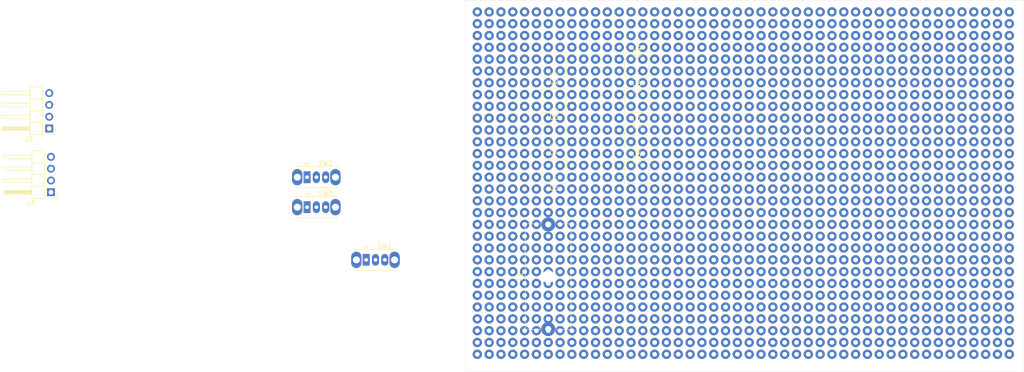
<source format=kicad_pcb>
(kicad_pcb (version 20240108) (generator "pcbnew") (generator_version "8.0")
  (layers (0 "F.Cu" signal) (31 "B.Cu" signal) (34 "B.Paste" user) (35 "F.Paste" user) (36 "B.SilkS" user "B.Silkscreen") (37 "F.SilkS" user "F.Silkscreen") (38 "B.Mask" user) (39 "F.Mask" user) (44 "Edge.Cuts" user))
  (net 0 "")
  (net 1 "Net-(J2-Pin_2)")
  (net 2 "+5V")
  (net 3 "/SCL")
  (net 4 "GND")
  (net 5 "/SDA")
  (net 6 "/A1")
  (net 7 "/A2")
  (net 8 "/A3")
  (net 9 "Net-(R9-Pad2)")
  (net 10 "Net-(J1-Pin_9)")
  (net 11 "Net-(U1-P0)")
  (net 12 "Net-(U1-P1)")
  (net 13 "Net-(R10-Pad2)")
  (net 14 "Net-(U1-P2)")
  (net 15 "Net-(R11-Pad2)")
  (net 16 "Net-(R12-Pad2)")
  (net 17 "Net-(U1-P3)")
  (net 18 "Net-(R13-Pad2)")
  (net 19 "Net-(U1-P4)")
  (net 20 "Net-(U1-P5)")
  (net 21 "Net-(R14-Pad2)")
  (net 22 "Net-(R15-Pad2)")
  (net 23 "Net-(U1-P6)")
  (net 24 "Net-(R16-Pad2)")
  (net 25 "Net-(U1-P7)")
  (footprint "Connector_PinHeader_2.54mm:PinHeader_1x04_P2.54mm_Horizontal" (layer "F.Cu") (at 10.56 77.625 180)
    (property "Reference" "J2" (at 4.385 -2.27 180) (layer "F.SilkS"))
    (property "Value" "Conn_01x04")
    (pad "1" thru_hole rect (at 0 0 180) (size 1.7 1.7) (drill 1) (layers "*.Cu" "*.Mask") (net 3 "/SCL"))
    (pad "2" thru_hole oval (at 0 2.54 180) (size 1.7 1.7) (drill 1) (layers "*.Cu" "*.Mask") (net 1 "Net-(J2-Pin_2)"))
    (pad "3" thru_hole oval (at 0 5.08 180) (size 1.7 1.7) (drill 1) (layers "*.Cu" "*.Mask") (net 4 "GND"))
    (pad "4" thru_hole oval (at 0 7.62 180) (size 1.7 1.7) (drill 1) (layers "*.Cu" "*.Mask") (net 5 "/SDA"))
  )
  (footprint "Package_DIP:DIP-4_W7.62mm" (layer "F.Cu") (at 122.86 80.48 180)
    (property "Reference" "U4" (at 3.81 -2.33 180) (layer "F.SilkS"))
    (property "Value" "PC817")
    (pad "1" thru_hole rect (at 0 0 180) (size 1.6 1.6) (drill 0.8) (layers "*.Cu" "*.Mask") (net 15 "Net-(R11-Pad2)"))
    (pad "2" thru_hole oval (at 0 2.54 180) (size 1.6 1.6) (drill 0.8) (layers "*.Cu" "*.Mask") (net 10 "Net-(J1-Pin_9)"))
    (pad "3" thru_hole oval (at 7.62 2.54 180) (size 1.6 1.6) (drill 0.8) (layers "*.Cu" "*.Mask") (net 4 "GND"))
    (pad "4" thru_hole oval (at 7.62 0 180) (size 1.6 1.6) (drill 0.8) (layers "*.Cu" "*.Mask") (net 14 "Net-(U1-P2)"))
  )
  (footprint "Connector_PinHeader_2.54mm:PinHeader_1x04_P2.54mm_Horizontal" (layer "F.Cu") (at 10.935 91.345 180)
    (property "Reference" "J3" (at 4.385 -2.27 180) (layer "F.SilkS"))
    (property "Value" "Conn_01x04")
    (pad "1" thru_hole rect (at 0 0 180) (size 1.7 1.7) (drill 1) (layers "*.Cu" "*.Mask") (net 3 "/SCL"))
    (pad "2" thru_hole oval (at 0 2.54 180) (size 1.7 1.7) (drill 1) (layers "*.Cu" "*.Mask") (net 1 "Net-(J2-Pin_2)"))
    (pad "3" thru_hole oval (at 0 5.08 180) (size 1.7 1.7) (drill 1) (layers "*.Cu" "*.Mask") (net 4 "GND"))
    (pad "4" thru_hole oval (at 0 7.62 180) (size 1.7 1.7) (drill 1) (layers "*.Cu" "*.Mask") (net 5 "/SDA"))
  )
  (footprint "Package_DIP:DIP-4_W7.62mm" (layer "F.Cu") (at 133.02 77.94)
    (property "Reference" "U7" (at 3.81 -2.33 360) (layer "F.SilkS"))
    (property "Value" "PC817")
    (pad "1" thru_hole rect (at 0 0) (size 1.6 1.6) (drill 0.8) (layers "*.Cu" "*.Mask") (net 21 "Net-(R14-Pad2)"))
    (pad "2" thru_hole oval (at 0 2.54) (size 1.6 1.6) (drill 0.8) (layers "*.Cu" "*.Mask") (net 10 "Net-(J1-Pin_9)"))
    (pad "3" thru_hole oval (at 7.62 2.54) (size 1.6 1.6) (drill 0.8) (layers "*.Cu" "*.Mask") (net 4 "GND"))
    (pad "4" thru_hole oval (at 7.62 0) (size 1.6 1.6) (drill 0.8) (layers "*.Cu" "*.Mask") (net 20 "Net-(U1-P5)"))
  )
  (footprint "Fuse:Fuseholder_Cylinder-5x20mm_Schurter_0031_8201_Horizontal_Open" (layer "F.Cu") (at 117.78 120.76 90)
    (property "Reference" "F1" (at 11.25 -6 -90) (layer "F.SilkS"))
    (property "Value" "Fuse")
    (pad "" np_thru_hole circle (at 11.25 0 90) (size 2.7 2.7) (drill 2.7) (layers "*.Cu" "*.Mask"))
    (pad "1" thru_hole circle (at 0 0 90) (size 3 3) (drill 1.3) (layers "*.Cu" "*.Mask") (net 2 "+5V"))
    (pad "2" thru_hole circle (at 22.5 0 90) (size 3 3) (drill 1.3) (layers "*.Cu" "*.Mask") (net 1 "Net-(J2-Pin_2)"))
  )
  (footprint "Button_Switch_THT:SW_Slide_SPDT_Straight_CK_OS102011MS2Q" (layer "F.Cu") (at 78.66 105.88)
    (property "Reference" "SW1" (at 3.99 -2.99 0) (layer "F.SilkS"))
    (property "Value" "SW_SPDT")
    (pad "" thru_hole oval (at -2.1 0) (size 2.2 3.5) (drill 1.5) (layers "*.Cu" "*.Mask"))
    (pad "" thru_hole oval (at 6.1 0) (size 2.2 3.5) (drill 1.5) (layers "*.Cu" "*.Mask"))
    (pad "1" thru_hole rect (at 0 0) (size 1.5 2.5) (drill 0.8) (layers "*.Cu" "*.Mask") (net 4 "GND"))
    (pad "2" thru_hole oval (at 2 0) (size 1.5 2.5) (drill 0.8) (layers "*.Cu" "*.Mask") (net 6 "/A1"))
    (pad "3" thru_hole oval (at 4 0) (size 1.5 2.5) (drill 0.8) (layers "*.Cu" "*.Mask") (net 2 "+5V"))
  )
  (footprint "Package_DIP:DIP-4_W7.62mm" (layer "F.Cu") (at 133.02 70.32)
    (property "Reference" "U8" (at 3.81 -2.33 360) (layer "F.SilkS"))
    (property "Value" "PC817")
    (pad "1" thru_hole rect (at 0 0) (size 1.6 1.6) (drill 0.8) (layers "*.Cu" "*.Mask") (net 22 "Net-(R15-Pad2)"))
    (pad "2" thru_hole oval (at 0 2.54) (size 1.6 1.6) (drill 0.8) (layers "*.Cu" "*.Mask") (net 10 "Net-(J1-Pin_9)"))
    (pad "3" thru_hole oval (at 7.62 2.54) (size 1.6 1.6) (drill 0.8) (layers "*.Cu" "*.Mask") (net 4 "GND"))
    (pad "4" thru_hole oval (at 7.62 0) (size 1.6 1.6) (drill 0.8) (layers "*.Cu" "*.Mask") (net 23 "Net-(U1-P6)"))
  )
  (footprint "Package_DIP:DIP-4_W7.62mm" (layer "F.Cu") (at 122.86 65.24 180)
    (property "Reference" "U2" (at 3.81 -2.33 180) (layer "F.SilkS"))
    (property "Value" "PC817")
    (pad "1" thru_hole rect (at 0 0 180) (size 1.6 1.6) (drill 0.8) (layers "*.Cu" "*.Mask") (net 9 "Net-(R9-Pad2)"))
    (pad "2" thru_hole oval (at 0 2.54 180) (size 1.6 1.6) (drill 0.8) (layers "*.Cu" "*.Mask") (net 10 "Net-(J1-Pin_9)"))
    (pad "3" thru_hole oval (at 7.62 2.54 180) (size 1.6 1.6) (drill 0.8) (layers "*.Cu" "*.Mask") (net 4 "GND"))
    (pad "4" thru_hole oval (at 7.62 0 180) (size 1.6 1.6) (drill 0.8) (layers "*.Cu" "*.Mask") (net 11 "Net-(U1-P0)"))
  )
  (footprint "Package_DIP:DIP-4_W7.62mm" (layer "F.Cu") (at 122.86 88.1 180)
    (property "Reference" "U5" (at 3.81 -2.33 180) (layer "F.SilkS"))
    (property "Value" "PC817")
    (pad "1" thru_hole rect (at 0 0 180) (size 1.6 1.6) (drill 0.8) (layers "*.Cu" "*.Mask") (net 16 "Net-(R12-Pad2)"))
    (pad "2" thru_hole oval (at 0 2.54 180) (size 1.6 1.6) (drill 0.8) (layers "*.Cu" "*.Mask") (net 10 "Net-(J1-Pin_9)"))
    (pad "3" thru_hole oval (at 7.62 2.54 180) (size 1.6 1.6) (drill 0.8) (layers "*.Cu" "*.Mask") (net 4 "GND"))
    (pad "4" thru_hole oval (at 7.62 0 180) (size 1.6 1.6) (drill 0.8) (layers "*.Cu" "*.Mask") (net 17 "Net-(U1-P3)"))
  )
  (footprint "Button_Switch_THT:SW_Slide_SPDT_Straight_CK_OS102011MS2Q" (layer "F.Cu") (at 65.96 94.545)
    (property "Reference" "SW3" (at 3.99 -2.99 0) (layer "F.SilkS"))
    (property "Value" "SW_SPDT")
    (pad "" thru_hole oval (at -2.1 0) (size 2.2 3.5) (drill 1.5) (layers "*.Cu" "*.Mask"))
    (pad "" thru_hole oval (at 6.1 0) (size 2.2 3.5) (drill 1.5) (layers "*.Cu" "*.Mask"))
    (pad "1" thru_hole rect (at 0 0) (size 1.5 2.5) (drill 0.8) (layers "*.Cu" "*.Mask") (net 4 "GND"))
    (pad "2" thru_hole oval (at 2 0) (size 1.5 2.5) (drill 0.8) (layers "*.Cu" "*.Mask") (net 8 "/A3"))
    (pad "3" thru_hole oval (at 4 0) (size 1.5 2.5) (drill 0.8) (layers "*.Cu" "*.Mask") (net 2 "+5V"))
  )
  (footprint "Package_DIP:DIP-4_W7.62mm" (layer "F.Cu") (at 133.02 62.7)
    (property "Reference" "U9" (at 3.81 -2.33 360) (layer "F.SilkS"))
    (property "Value" "PC817")
    (pad "1" thru_hole rect (at 0 0) (size 1.6 1.6) (drill 0.8) (layers "*.Cu" "*.Mask") (net 24 "Net-(R16-Pad2)"))
    (pad "2" thru_hole oval (at 0 2.54) (size 1.6 1.6) (drill 0.8) (layers "*.Cu" "*.Mask") (net 10 "Net-(J1-Pin_9)"))
    (pad "3" thru_hole oval (at 7.62 2.54) (size 1.6 1.6) (drill 0.8) (layers "*.Cu" "*.Mask") (net 4 "GND"))
    (pad "4" thru_hole oval (at 7.62 0) (size 1.6 1.6) (drill 0.8) (layers "*.Cu" "*.Mask") (net 25 "Net-(U1-P7)"))
  )
  (footprint "Package_DIP:DIP-4_W7.62mm" (layer "F.Cu") (at 122.86 72.86 180)
    (property "Reference" "U3" (at 3.81 -2.33 180) (layer "F.SilkS"))
    (property "Value" "PC817")
    (pad "1" thru_hole rect (at 0 0 180) (size 1.6 1.6) (drill 0.8) (layers "*.Cu" "*.Mask") (net 13 "Net-(R10-Pad2)"))
    (pad "2" thru_hole oval (at 0 2.54 180) (size 1.6 1.6) (drill 0.8) (layers "*.Cu" "*.Mask") (net 10 "Net-(J1-Pin_9)"))
    (pad "3" thru_hole oval (at 7.62 2.54 180) (size 1.6 1.6) (drill 0.8) (layers "*.Cu" "*.Mask") (net 4 "GND"))
    (pad "4" thru_hole oval (at 7.62 0 180) (size 1.6 1.6) (drill 0.8) (layers "*.Cu" "*.Mask") (net 12 "Net-(U1-P1)"))
  )
  (footprint "Package_DIP:DIP-4_W7.62mm" (layer "F.Cu") (at 133.02 85.56)
    (property "Reference" "U6" (at 3.81 -2.33 360) (layer "F.SilkS"))
    (property "Value" "PC817")
    (pad "1" thru_hole rect (at 0 0) (size 1.6 1.6) (drill 0.8) (layers "*.Cu" "*.Mask") (net 18 "Net-(R13-Pad2)"))
    (pad "2" thru_hole oval (at 0 2.54) (size 1.6 1.6) (drill 0.8) (layers "*.Cu" "*.Mask") (net 10 "Net-(J1-Pin_9)"))
    (pad "3" thru_hole oval (at 7.62 2.54) (size 1.6 1.6) (drill 0.8) (layers "*.Cu" "*.Mask") (net 4 "GND"))
    (pad "4" thru_hole oval (at 7.62 0) (size 1.6 1.6) (drill 0.8) (layers "*.Cu" "*.Mask") (net 19 "Net-(U1-P4)"))
  )
  (footprint "Button_Switch_THT:SW_Slide_SPDT_Straight_CK_OS102011MS2Q" (layer "F.Cu") (at 65.96 88.1)
    (property "Reference" "SW2" (at 3.99 -2.99 0) (layer "F.SilkS"))
    (property "Value" "SW_SPDT")
    (pad "" thru_hole oval (at -2.1 0) (size 2.2 3.5) (drill 1.5) (layers "*.Cu" "*.Mask"))
    (pad "" thru_hole oval (at 6.1 0) (size 2.2 3.5) (drill 1.5) (layers "*.Cu" "*.Mask"))
    (pad "1" thru_hole rect (at 0 0) (size 1.5 2.5) (drill 0.8) (layers "*.Cu" "*.Mask") (net 4 "GND"))
    (pad "2" thru_hole oval (at 2 0) (size 1.5 2.5) (drill 0.8) (layers "*.Cu" "*.Mask") (net 7 "/A2"))
    (pad "3" thru_hole oval (at 4 0) (size 1.5 2.5) (drill 0.8) (layers "*.Cu" "*.Mask") (net 2 "+5V"))
  )
  (gr_rect (start 100 50) (end 220 130) (stroke (width 0.05)) (fill none) (layer "Edge.Cuts"))
  (via (at 183.82 113.5) (size 2) (drill 1) (layers "F.Cu" "B.Cu") (net 0))
  (via (at 163.5 75.4) (size 2) (drill 1) (layers "F.Cu" "B.Cu") (net 0))
  (via (at 211.76 100.8) (size 2) (drill 1) (layers "F.Cu" "B.Cu") (net 0))
  (via (at 176.2 93.18) (size 2) (drill 1) (layers "F.Cu" "B.Cu") (net 0))
  (via (at 211.76 67.78) (size 2) (drill 1) (layers "F.Cu" "B.Cu") (net 0))
  (via (at 125.390586 77.938415) (size 2) (drill 1) (layers "F.Cu" "B.Cu") (net 0))
  (via (at 145.72 52.54) (size 2) (drill 1) (layers "F.Cu" "B.Cu") (net 0))
  (via (at 183.82 88.1) (size 2) (drill 1) (layers "F.Cu" "B.Cu") (net 0))
  (via (at 105.08 75.4) (size 2) (drill 1) (layers "F.Cu" "B.Cu") (net 0))
  (via (at 130.48 108.42) (size 2) (drill 1) (layers "F.Cu" "B.Cu") (net 0))
  (via (at 102.54 126.2) (size 2) (drill 1) (layers "F.Cu" "B.Cu") (net 0))
  (via (at 117.78 108.42) (size 2) (drill 1) (layers "F.Cu" "B.Cu") (net 0))
  (via (at 196.52 80.48) (size 2) (drill 1) (layers "F.Cu" "B.Cu") (net 0))
  (via (at 155.88 83.02) (size 2) (drill 1) (layers "F.Cu" "B.Cu") (net 0))
  (via (at 193.98 121.12) (size 2) (drill 1) (layers "F.Cu" "B.Cu") (net 0))
  (via (at 191.44 72.86) (size 2) (drill 1) (layers "F.Cu" "B.Cu") (net 0))
  (via (at 173.66 88.1) (size 2) (drill 1) (layers "F.Cu" "B.Cu") (net 0))
  (via (at 115.24 98.26) (size 2) (drill 1) (layers "F.Cu" "B.Cu") (net 0))
  (via (at 130.48 93.18) (size 2) (drill 1) (layers "F.Cu" "B.Cu") (net 0))
  (via (at 115.24 77.94) (size 2) (drill 1) (layers "F.Cu" "B.Cu") (net 0))
  (via (at 214.3 70.32) (size 2) (drill 1) (layers "F.Cu" "B.Cu") (net 0))
  (via (at 183.82 85.56) (size 2) (drill 1) (layers "F.Cu" "B.Cu") (net 0))
  (via (at 201.6 100.8) (size 2) (drill 1) (layers "F.Cu" "B.Cu") (net 0))
  (via (at 145.72 100.8) (size 2) (drill 1) (layers "F.Cu" "B.Cu") (net 0))
  (via (at 178.74 88.1) (size 2) (drill 1) (layers "F.Cu" "B.Cu") (net 0))
  (via (at 171.12 90.64) (size 2) (drill 1) (layers "F.Cu" "B.Cu") (net 0))
  (via (at 158.42 113.5) (size 2) (drill 1) (layers "F.Cu" "B.Cu") (net 0))
  (via (at 155.88 113.5) (size 2) (drill 1) (layers "F.Cu" "B.Cu") (net 0))
  (via (at 130.48 85.56) (size 2) (drill 1) (layers "F.Cu" "B.Cu") (net 0))
  (via (at 193.98 123.66) (size 2) (drill 1) (layers "F.Cu" "B.Cu") (net 0))
  (via (at 107.62 52.54) (size 2) (drill 1) (layers "F.Cu" "B.Cu") (net 0))
  (via (at 145.72 57.62) (size 2) (drill 1) (layers "F.Cu" "B.Cu") (net 0))
  (via (at 199.06 90.64) (size 2) (drill 1) (layers "F.Cu" "B.Cu") (net 0))
  (via (at 191.44 75.4) (size 2) (drill 1) (layers "F.Cu" "B.Cu") (net 0))
  (via (at 216.84 55.08) (size 2) (drill 1) (layers "F.Cu" "B.Cu") (net 0))
  (via (at 206.68 116.04) (size 2) (drill 1) (layers "F.Cu" "B.Cu") (net 0))
  (via (at 191.44 98.26) (size 2) (drill 1) (layers "F.Cu" "B.Cu") (net 0))
  (via (at 148.26 65.24) (size 2) (drill 1) (layers "F.Cu" "B.Cu") (net 0))
  (via (at 168.58 116.04) (size 2) (drill 1) (layers "F.Cu" "B.Cu") (net 0))
  (via (at 188.9 62.7) (size 2) (drill 1) (layers "F.Cu" "B.Cu") (net 0))
  (via (at 204.14 90.64) (size 2) (drill 1) (layers "F.Cu" "B.Cu") (net 0))
  (via (at 168.58 77.94) (size 2) (drill 1) (layers "F.Cu" "B.Cu") (net 0))
  (via (at 193.98 126.2) (size 2) (drill 1) (layers "F.Cu" "B.Cu") (net 0))
  (via (at 196.52 110.96) (size 2) (drill 1) (layers "F.Cu" "B.Cu") (net 0))
  (via (at 143.18 116.04) (size 2) (drill 1) (layers "F.Cu" "B.Cu") (net 0))
  (via (at 163.5 77.94) (size 2) (drill 1) (layers "F.Cu" "B.Cu") (net 0))
  (via (at 117.78 62.7) (size 2) (drill 1) (layers "F.Cu" "B.Cu") (net 0))
  (via (at 153.34 77.94) (size 2) (drill 1) (layers "F.Cu" "B.Cu") (net 0))
  (via (at 181.28 105.88) (size 2) (drill 1) (layers "F.Cu" "B.Cu") (net 0))
  (via (at 166.04 93.18) (size 2) (drill 1) (layers "F.Cu" "B.Cu") (net 0))
  (via (at 191.44 52.54) (size 2) (drill 1) (layers "F.Cu" "B.Cu") (net 0))
  (via (at 155.88 80.48) (size 2) (drill 1) (layers "F.Cu" "B.Cu") (net 0))
  (via (at 166.04 108.42) (size 2) (drill 1) (layers "F.Cu" "B.Cu") (net 0))
  (via (at 127.94 90.64) (size 2) (drill 1) (layers "F.Cu" "B.Cu") (net 0))
  (via (at 211.76 108.42) (size 2) (drill 1) (layers "F.Cu" "B.Cu") (net 0))
  (via (at 211.76 123.66) (size 2) (drill 1) (layers "F.Cu" "B.Cu") (net 0))
  (via (at 211.76 80.48) (size 2) (drill 1) (layers "F.Cu" "B.Cu") (net 0))
  (via (at 204.14 85.56) (size 2) (drill 1) (layers "F.Cu" "B.Cu") (net 0))
  (via (at 122.86 60.16) (size 2) (drill 1) (layers "F.Cu" "B.Cu") (net 0))
  (via (at 153.34 75.4) (size 2) (drill 1) (layers "F.Cu" "B.Cu") (net 0))
  (via (at 110.16 70.32) (size 2) (drill 1) (layers "F.Cu" "B.Cu") (net 0))
  (via (at 186.36 80.48) (size 2) (drill 1) (layers "F.Cu" "B.Cu") (net 0))
  (via (at 166.04 95.72) (size 2) (drill 1) (layers "F.Cu" "B.Cu") (net 0))
  (via (at 178.74 126.2) (size 2) (drill 1) (layers "F.Cu" "B.Cu") (net 0))
  (via (at 127.94 105.88) (size 2) (drill 1) (layers "F.Cu" "B.Cu") (net 0))
  (via (at 171.12 95.72) (size 2) (drill 1) (layers "F.Cu" "B.Cu") (net 0))
  (via (at 158.42 93.18) (size 2) (drill 1) (layers "F.Cu" "B.Cu") (net 0))
  (via (at 122.86 55.08) (size 2) (drill 1) (layers "F.Cu" "B.Cu") (net 0))
  (via (at 153.34 57.62) (size 2) (drill 1) (layers "F.Cu" "B.Cu") (net 0))
  (via (at 160.96 62.7) (size 2) (drill 1) (layers "F.Cu" "B.Cu") (net 0))
  (via (at 209.22 100.8) (size 2) (drill 1) (layers "F.Cu" "B.Cu") (net 0))
  (via (at 102.54 88.1) (size 2) (drill 1) (layers "F.Cu" "B.Cu") (net 0))
  (via (at 188.9 85.56) (size 2) (drill 1) (layers "F.Cu" "B.Cu") (net 0))
  (via (at 120.32 123.66) (size 2) (drill 1) (layers "F.Cu" "B.Cu") (net 0))
  (via (at 117.78 110.96) (size 2) (drill 1) (layers "F.Cu" "B.Cu") (net 0))
  (via (at 133.02 121.12) (size 2) (drill 1) (layers "F.Cu" "B.Cu") (net 0))
  (via (at 143.18 123.66) (size 2) (drill 1) (layers "F.Cu" "B.Cu") (net 0))
  (via (at 183.82 98.26) (size 2) (drill 1) (layers "F.Cu" "B.Cu") (net 0))
  (via (at 110.16 62.7) (size 2) (drill 1) (layers "F.Cu" "B.Cu") (net 0))
  (via (at 153.34 118.58) (size 2) (drill 1) (layers "F.Cu" "B.Cu") (net 0))
  (via (at 206.68 123.66) (size 2) (drill 1) (layers "F.Cu" "B.Cu") (net 0))
  (via (at 176.2 88.1) (size 2) (drill 1) (layers "F.Cu" "B.Cu") (net 0))
  (via (at 188.9 75.4) (size 2) (drill 1) (layers "F.Cu" "B.Cu") (net 0))
  (via (at 140.64 98.26) (size 2) (drill 1) (layers "F.Cu" "B.Cu") (net 0))
  (via (at 122.86 75.4) (size 2) (drill 1) (layers "F.Cu" "B.Cu") (net 0))
  (via (at 216.84 105.88) (size 2) (drill 1) (layers "F.Cu" "B.Cu") (net 0))
  (via (at 163.5 108.42) (size 2) (drill 1) (layers "F.Cu" "B.Cu") (net 0))
  (via (at 150.8 60.16) (size 2) (drill 1) (layers "F.Cu" "B.Cu") (net 0))
  (via (at 130.48 118.58) (size 2) (drill 1) (layers "F.Cu" "B.Cu") (net 0))
  (via (at 107.62 118.58) (size 2) (drill 1) (layers "F.Cu" "B.Cu") (net 0))
  (via (at 143.18 105.88) (size 2) (drill 1) (layers "F.Cu" "B.Cu") (net 0))
  (via (at 199.06 95.72) (size 2) (drill 1) (layers "F.Cu" "B.Cu") (net 0))
  (via (at 117.78 103.34) (size 2) (drill 1) (layers "F.Cu" "B.Cu") (net 0))
  (via (at 150.8 62.7) (size 2) (drill 1) (layers "F.Cu" "B.Cu") (net 0))
  (via (at 148.26 75.4) (size 2) (drill 1) (layers "F.Cu" "B.Cu") (net 0))
  (via (at 107.62 70.32) (size 2) (drill 1) (layers "F.Cu" "B.Cu") (net 0))
  (via (at 171.12 70.32) (size 2) (drill 1) (layers "F.Cu" "B.Cu") (net 0))
  (via (at 204.14 62.7) (size 2) (drill 1) (layers "F.Cu" "B.Cu") (net 0))
  (via (at 125.390586 126.198415) (size 2) (drill 1) (layers "F.Cu" "B.Cu") (net 0))
  (via (at 181.28 85.56) (size 2) (drill 1) (layers "F.Cu" "B.Cu") (net 0))
  (via (at 138.1 88.1) (size 2) (drill 1) (layers "F.Cu" "B.Cu") (net 0))
  (via (at 206.68 118.58) (size 2) (drill 1) (layers "F.Cu" "B.Cu") (net 0))
  (via (at 150.8 88.1) (size 2) (drill 1) (layers "F.Cu" "B.Cu") (net 0))
  (via (at 206.68 88.1) (size 2) (drill 1) (layers "F.Cu" "B.Cu") (net 0))
  (via (at 171.12 67.78) (size 2) (drill 1) (layers "F.Cu" "B.Cu") (net 0))
  (via (at 150.8 116.04) (size 2) (drill 1) (layers "F.Cu" "B.Cu") (net 0))
  (via (at 191.44 55.08) (size 2) (drill 1) (layers "F.Cu" "B.Cu") (net 0))
  (via (at 206.68 110.96) (size 2) (drill 1) (layers "F.Cu" "B.Cu") (net 0))
  (via (at 117.78 121.12) (size 2) (drill 1) (layers "F.Cu" "B.Cu") (net 0))
  (via (at 122.86 105.88) (size 2) (drill 1) (layers "F.Cu" "B.Cu") (net 0))
  (via (at 115.24 121.12) (size 2) (drill 1) (layers "F.Cu" "B.Cu") (net 0))
  (via (at 110.16 88.1) (size 2) (drill 1) (layers "F.Cu" "B.Cu") (net 0))
  (via (at 173.66 60.16) (size 2) (drill 1) (layers "F.Cu" "B.Cu") (net 0))
  (via (at 166.04 121.12) (size 2) (drill 1) (layers "F.Cu" "B.Cu") (net 0))
  (via (at 176.2 98.26) (size 2) (drill 1) (layers "F.Cu" "B.Cu") (net 0))
  (via (at 168.58 55.08) (size 2) (drill 1) (layers "F.Cu" "B.Cu") (net 0))
  (via (at 214.3 72.86) (size 2) (drill 1) (layers "F.Cu" "B.Cu") (net 0))
  (via (at 150.8 67.78) (size 2) (drill 1) (layers "F.Cu" "B.Cu") (net 0))
  (via (at 171.12 93.18) (size 2) (drill 1) (layers "F.Cu" "B.Cu") (net 0))
  (via (at 211.76 77.94) (size 2) (drill 1) (layers "F.Cu" "B.Cu") (net 0))
  (via (at 158.42 72.86) (size 2) (drill 1) (layers "F.Cu" "B.Cu") (net 0))
  (via (at 171.12 113.5) (size 2) (drill 1) (layers "F.Cu" "B.Cu") (net 0))
  (via (at 155.88 88.1) (size 2) (drill 1) (layers "F.Cu" "B.Cu") (net 0))
  (via (at 168.58 93.18) (size 2) (drill 1) (layers "F.Cu" "B.Cu") (net 0))
  (via (at 107.62 72.86) (size 2) (drill 1) (layers "F.Cu" "B.Cu") (net 0))
  (via (at 163.5 93.18) (size 2) (drill 1) (layers "F.Cu" "B.Cu") (net 0))
  (via (at 120.32 103.34) (size 2) (drill 1) (layers "F.Cu" "B.Cu") (net 0))
  (via (at 211.76 90.64) (size 2) (drill 1) (layers "F.Cu" "B.Cu") (net 0))
  (via (at 193.98 62.7) (size 2) (drill 1) (layers "F.Cu" "B.Cu") (net 0))
  (via (at 199.06 83.02) (size 2) (drill 1) (layers "F.Cu" "B.Cu") (net 0))
  (via (at 199.06 105.88) (size 2) (drill 1) (layers "F.Cu" "B.Cu") (net 0))
  (via (at 127.94 80.48) (size 2) (drill 1) (layers "F.Cu" "B.Cu") (net 0))
  (via (at 216.84 88.1) (size 2) (drill 1) (layers "F.Cu" "B.Cu") (net 0))
  (via (at 105.08 100.8) (size 2) (drill 1) (layers "F.Cu" "B.Cu") (net 0))
  (via (at 107.62 113.5) (size 2) (drill 1) (layers "F.Cu" "B.Cu") (net 0))
  (via (at 196.52 113.5) (size 2) (drill 1) (layers "F.Cu" "B.Cu") (net 0))
  (via (at 196.52 103.34) (size 2) (drill 1) (layers "F.Cu" "B.Cu") (net 0))
  (via (at 112.7 52.54) (size 2) (drill 1) (layers "F.Cu" "B.Cu") (net 0))
  (via (at 107.62 103.34) (size 2) (drill 1) (layers "F.Cu" "B.Cu") (net 0))
  (via (at 125.390586 118.578415) (size 2) (drill 1) (layers "F.Cu" "B.Cu") (net 0))
  (via (at 135.56 110.96) (size 2) (drill 1) (layers "F.Cu" "B.Cu") (net 0))
  (via (at 211.76 85.56) (size 2) (drill 1) (layers "F.Cu" "B.Cu") (net 0))
  (via (at 138.1 121.12) (size 2) (drill 1) (layers "F.Cu" "B.Cu") (net 0))
  (via (at 125.390586 52.538415) (size 2) (drill 1) (layers "F.Cu" "B.Cu") (net 0))
  (via (at 191.44 123.66) (size 2) (drill 1) (layers "F.Cu" "B.Cu") (net 0))
  (via (at 206.68 62.7) (size 2) (drill 1) (layers "F.Cu" "B.Cu") (net 0))
  (via (at 102.54 57.62) (size 2) (drill 1) (layers "F.Cu" "B.Cu") (net 0))
  (via (at 199.06 98.26) (size 2) (drill 1) (layers "F.Cu" "B.Cu") (net 0))
  (via (at 107.62 67.78) (size 2) (drill 1) (layers "F.Cu" "B.Cu") (net 0))
  (via (at 201.6 80.48) (size 2) (drill 1) (layers "F.Cu" "B.Cu") (net 0))
  (via (at 181.28 77.94) (size 2) (drill 1) (layers "F.Cu" "B.Cu") (net 0))
  (via (at 110.16 75.4) (size 2) (drill 1) (layers "F.Cu" "B.Cu") (net 0))
  (via (at 214.3 88.1) (size 2) (drill 1) (layers "F.Cu" "B.Cu") (net 0))
  (via (at 127.94 93.18) (size 2) (drill 1) (layers "F.Cu" "B.Cu") (net 0))
  (via (at 125.390586 62.698415) (size 2) (drill 1) (layers "F.Cu" "B.Cu") (net 0))
  (via (at 115.24 116.04) (size 2) (drill 1) (layers "F.Cu" "B.Cu") (net 0))
  (via (at 115.24 110.96) (size 2) (drill 1) (layers "F.Cu" "B.Cu") (net 0))
  (via (at 163.5 80.48) (size 2) (drill 1) (layers "F.Cu" "B.Cu") (net 0))
  (via (at 183.82 57.62) (size 2) (drill 1) (layers "F.Cu" "B.Cu") (net 0))
  (via (at 117.78 123.66) (size 2) (drill 1) (layers "F.Cu" "B.Cu") (net 0))
  (via (at 163.5 55.08) (size 2) (drill 1) (layers "F.Cu" "B.Cu") (net 0))
  (via (at 107.62 126.2) (size 2) (drill 1) (layers "F.Cu" "B.Cu") (net 0))
  (via (at 102.54 65.24) (size 2) (drill 1) (layers "F.Cu" "B.Cu") (net 0))
  (via (at 168.58 123.66) (size 2) (drill 1) (layers "F.Cu" "B.Cu") (net 0))
  (via (at 183.82 110.96) (size 2) (drill 1) (layers "F.Cu" "B.Cu") (net 0))
  (via (at 125.390586 105.878415) (size 2) (drill 1) (layers "F.Cu" "B.Cu") (net 0))
  (via (at 133.02 83.02) (size 2) (drill 1) (layers "F.Cu" "B.Cu") (net 0))
  (via (at 117.78 70.32) (size 2) (drill 1) (layers "F.Cu" "B.Cu") (net 0))
  (via (at 143.18 55.08) (size 2) (drill 1) (layers "F.Cu" "B.Cu") (net 0))
  (via (at 176.2 52.54) (size 2) (drill 1) (layers "F.Cu" "B.Cu") (net 0))
  (via (at 143.18 60.16) (size 2) (drill 1) (layers "F.Cu" "B.Cu") (net 0))
  (via (at 133.02 126.2) (size 2) (drill 1) (layers "F.Cu" "B.Cu") (net 0))
  (via (at 140.64 93.18) (size 2) (drill 1) (layers "F.Cu" "B.Cu") (net 0))
  (via (at 181.28 70.32) (size 2) (drill 1) (layers "F.Cu" "B.Cu") (net 0))
  (via (at 112.7 55.08) (size 2) (drill 1) (layers "F.Cu" "B.Cu") (net 0))
  (via (at 158.42 62.7) (size 2) (drill 1) (layers "F.Cu" "B.Cu") (net 0))
  (via (at 130.48 103.34) (size 2) (drill 1) (layers "F.Cu" "B.Cu") (net 0))
  (via (at 145.72 60.16) (size 2) (drill 1) (layers "F.Cu" "B.Cu") (net 0))
  (via (at 216.84 110.96) (size 2) (drill 1) (layers "F.Cu" "B.Cu") (net 0))
  (via (at 209.22 57.62) (size 2) (drill 1) (layers "F.Cu" "B.Cu") (net 0))
  (via (at 201.6 121.12) (size 2) (drill 1) (layers "F.Cu" "B.Cu") (net 0))
  (via (at 145.72 67.78) (size 2) (drill 1) (layers "F.Cu" "B.Cu") (net 0))
  (via (at 206.68 72.86) (size 2) (drill 1) (layers "F.Cu" "B.Cu") (net 0))
  (via (at 166.04 75.4) (size 2) (drill 1) (layers "F.Cu" "B.Cu") (net 0))
  (via (at 133.02 85.56) (size 2) (drill 1) (layers "F.Cu" "B.Cu") (net 0))
  (via (at 199.06 70.32) (size 2) (drill 1) (layers "F.Cu" "B.Cu") (net 0))
  (via (at 163.5 83.02) (size 2) (drill 1) (layers "F.Cu" "B.Cu") (net 0))
  (via (at 211.76 52.54) (size 2) (drill 1) (layers "F.Cu" "B.Cu") (net 0))
  (via (at 186.36 67.78) (size 2) (drill 1) (layers "F.Cu" "B.Cu") (net 0))
  (via (at 133.02 105.88) (size 2) (drill 1) (layers "F.Cu" "B.Cu") (net 0))
  (via (at 188.9 110.96) (size 2) (drill 1) (layers "F.Cu" "B.Cu") (net 0))
  (via (at 209.22 55.08) (size 2) (drill 1) (layers "F.Cu" "B.Cu") (net 0))
  (via (at 214.3 67.78) (size 2) (drill 1) (layers "F.Cu" "B.Cu") (net 0))
  (via (at 127.94 110.96) (size 2) (drill 1) (layers "F.Cu" "B.Cu") (net 0))
  (via (at 153.34 123.66) (size 2) (drill 1) (layers "F.Cu" "B.Cu") (net 0))
  (via (at 176.2 80.48) (size 2) (drill 1) (layers "F.Cu" "B.Cu") (net 0))
  (via (at 148.26 62.7) (size 2) (drill 1) (layers "F.Cu" "B.Cu") (net 0))
  (via (at 117.78 72.86) (size 2) (drill 1) (layers "F.Cu" "B.Cu") (net 0))
  (via (at 178.74 70.32) (size 2) (drill 1) (layers "F.Cu" "B.Cu") (net 0))
  (via (at 188.9 80.48) (size 2) (drill 1) (layers "F.Cu" "B.Cu") (net 0))
  (via (at 107.62 80.48) (size 2) (drill 1) (layers "F.Cu" "B.Cu") (net 0))
  (via (at 138.1 52.54) (size 2) (drill 1) (layers "F.Cu" "B.Cu") (net 0))
  (via (at 168.58 121.12) (size 2) (drill 1) (layers "F.Cu" "B.Cu") (net 0))
  (via (at 122.86 57.62) (size 2) (drill 1) (layers "F.Cu" "B.Cu") (net 0))
  (via (at 158.42 103.34) (size 2) (drill 1) (layers "F.Cu" "B.Cu") (net 0))
  (via (at 160.96 126.2) (size 2) (drill 1) (layers "F.Cu" "B.Cu") (net 0))
  (via (at 133.02 65.24) (size 2) (drill 1) (layers "F.Cu" "B.Cu") (net 0))
  (via (at 107.62 116.04) (size 2) (drill 1) (layers "F.Cu" "B.Cu") (net 0))
  (via (at 122.86 72.86) (size 2) (drill 1) (layers "F.Cu" "B.Cu") (net 0))
  (via (at 201.6 55.08) (size 2) (drill 1) (layers "F.Cu" "B.Cu") (net 0))
  (via (at 148.26 60.16) (size 2) (drill 1) (layers "F.Cu" "B.Cu") (net 0))
  (via (at 148.26 90.64) (size 2) (drill 1) (layers "F.Cu" "B.Cu") (net 0))
  (via (at 173.66 72.86) (size 2) (drill 1) (layers "F.Cu" "B.Cu") (net 0))
  (via (at 173.66 95.72) (size 2) (drill 1) (layers "F.Cu" "B.Cu") (net 0))
  (via (at 135.56 108.42) (size 2) (drill 1) (layers "F.Cu" "B.Cu") (net 0))
  (via (at 171.12 110.96) (size 2) (drill 1) (layers "F.Cu" "B.Cu") (net 0))
  (via (at 209.22 123.66) (size 2) (drill 1) (layers "F.Cu" "B.Cu") (net 0))
  (via (at 191.44 113.5) (size 2) (drill 1) (layers "F.Cu" "B.Cu") (net 0))
  (via (at 196.52 72.86) (size 2) (drill 1) (layers "F.Cu" "B.Cu") (net 0))
  (via (at 115.24 88.1) (size 2) (drill 1) (layers "F.Cu" "B.Cu") (net 0))
  (via (at 199.06 103.34) (size 2) (drill 1) (layers "F.Cu" "B.Cu") (net 0))
  (via (at 191.44 57.62) (size 2) (drill 1) (layers "F.Cu" "B.Cu") (net 0))
  (via (at 178.74 72.86) (size 2) (drill 1) (layers "F.Cu" "B.Cu") (net 0))
  (via (at 166.04 85.56) (size 2) (drill 1) (layers "F.Cu" "B.Cu") (net 0))
  (via (at 125.390586 60.158415) (size 2) (drill 1) (layers "F.Cu" "B.Cu") (net 0))
  (via (at 188.9 105.88) (size 2) (drill 1) (layers "F.Cu" "B.Cu") (net 0))
  (via (at 193.98 52.54) (size 2) (drill 1) (layers "F.Cu" "B.Cu") (net 0))
  (via (at 183.82 116.04) (size 2) (drill 1) (layers "F.Cu" "B.Cu") (net 0))
  (via (at 158.42 83.02) (size 2) (drill 1) (layers "F.Cu" "B.Cu") (net 0))
  (via (at 105.08 110.96) (size 2) (drill 1) (layers "F.Cu" "B.Cu") (net 0))
  (via (at 110.16 105.88) (size 2) (drill 1) (layers "F.Cu" "B.Cu") (net 0))
  (via (at 186.36 88.1) (size 2) (drill 1) (layers "F.Cu" "B.Cu") (net 0))
  (via (at 160.96 98.26) (size 2) (drill 1) (layers "F.Cu" "B.Cu") (net 0))
  (via (at 138.1 126.2) (size 2) (drill 1) (layers "F.Cu" "B.Cu") (net 0))
  (via (at 168.58 80.48) (size 2) (drill 1) (layers "F.Cu" "B.Cu") (net 0))
  (via (at 204.14 108.42) (size 2) (drill 1) (layers "F.Cu" "B.Cu") (net 0))
  (via (at 133.02 93.18) (size 2) (drill 1) (layers "F.Cu" "B.Cu") (net 0))
  (via (at 112.7 118.58) (size 2) (drill 1) (layers "F.Cu" "B.Cu") (net 0))
  (via (at 133.02 103.34) (size 2) (drill 1) (layers "F.Cu" "B.Cu") (net 0))
  (via (at 150.8 126.2) (size 2) (drill 1) (layers "F.Cu" "B.Cu") (net 0))
  (via (at 150.8 121.12) (size 2) (drill 1) (layers "F.Cu" "B.Cu") (net 0))
  (via (at 140.64 116.04) (size 2) (drill 1) (layers "F.Cu" "B.Cu") (net 0))
  (via (at 115.24 72.86) (size 2) (drill 1) (layers "F.Cu" "B.Cu") (net 0))
  (via (at 204.14 93.18) (size 2) (drill 1) (layers "F.Cu" "B.Cu") (net 0))
  (via (at 209.22 113.5) (size 2) (drill 1) (layers "F.Cu" "B.Cu") (net 0))
  (via (at 191.44 80.48) (size 2) (drill 1) (layers "F.Cu" "B.Cu") (net 0))
  (via (at 163.5 60.16) (size 2) (drill 1) (layers "F.Cu" "B.Cu") (net 0))
  (via (at 143.18 80.48) (size 2) (drill 1) (layers "F.Cu" "B.Cu") (net 0))
  (via (at 122.86 70.32) (size 2) (drill 1) (layers "F.Cu" "B.Cu") (net 0))
  (via (at 117.78 85.56) (size 2) (drill 1) (layers "F.Cu" "B.Cu") (net 0))
  (via (at 181.28 110.96) (size 2) (drill 1) (layers "F.Cu" "B.Cu") (net 0))
  (via (at 133.02 52.54) (size 2) (drill 1) (layers "F.Cu" "B.Cu") (net 0))
  (via (at 133.02 67.78) (size 2) (drill 1) (layers "F.Cu" "B.Cu") (net 0))
  (via (at 206.68 95.72) (size 2) (drill 1) (layers "F.Cu" "B.Cu") (net 0))
  (via (at 140.64 126.2) (size 2) (drill 1) (layers "F.Cu" "B.Cu") (net 0))
  (via (at 209.22 121.12) (size 2) (drill 1) (layers "F.Cu" "B.Cu") (net 0))
  (via (at 163.5 95.72) (size 2) (drill 1) (layers "F.Cu" "B.Cu") (net 0))
  (via (at 173.66 67.78) (size 2) (drill 1) (layers "F.Cu" "B.Cu") (net 0))
  (via (at 160.96 85.56) (size 2) (drill 1) (layers "F.Cu" "B.Cu") (net 0))
  (via (at 140.64 83.02) (size 2) (drill 1) (layers "F.Cu" "B.Cu") (net 0))
  (via (at 135.56 60.16) (size 2) (drill 1) (layers "F.Cu" "B.Cu") (net 0))
  (via (at 122.86 108.42) (size 2) (drill 1) (layers "F.Cu" "B.Cu") (net 0))
  (via (at 135.56 65.24) (size 2) (drill 1) (layers "F.Cu" "B.Cu") (net 0))
  (via (at 193.98 113.5) (size 2) (drill 1) (layers "F.Cu" "B.Cu") (net 0))
  (via (at 173.66 113.5) (size 2) (drill 1) (layers "F.Cu" "B.Cu") (net 0))
  (via (at 171.12 80.48) (size 2) (drill 1) (layers "F.Cu" "B.Cu") (net 0))
  (via (at 216.84 85.56) (size 2) (drill 1) (layers "F.Cu" "B.Cu") (net 0))
  (via (at 206.68 113.5) (size 2) (drill 1) (layers "F.Cu" "B.Cu") (net 0))
  (via (at 117.78 75.4) (size 2) (drill 1) (layers "F.Cu" "B.Cu") (net 0))
  (via (at 171.12 52.54) (size 2) (drill 1) (layers "F.Cu" "B.Cu") (net 0))
  (via (at 115.24 118.58) (size 2) (drill 1) (layers "F.Cu" "B.Cu") (net 0))
  (via (at 181.28 93.18) (size 2) (drill 1) (layers "F.Cu" "B.Cu") (net 0))
  (via (at 178.74 116.04) (size 2) (drill 1) (layers "F.Cu" "B.Cu") (net 0))
  (via (at 209.22 90.64) (size 2) (drill 1) (layers "F.Cu" "B.Cu") (net 0))
  (via (at 133.02 55.08) (size 2) (drill 1) (layers "F.Cu" "B.Cu") (net 0))
  (via (at 150.8 100.8) (size 2) (drill 1) (layers "F.Cu" "B.Cu") (net 0))
  (via (at 178.74 108.42) (size 2) (drill 1) (layers "F.Cu" "B.Cu") (net 0))
  (via (at 102.54 100.8) (size 2) (drill 1) (layers "F.Cu" "B.Cu") (net 0))
  (via (at 110.16 80.48) (size 2) (drill 1) (layers "F.Cu" "B.Cu") (net 0))
  (via (at 214.3 110.96) (size 2) (drill 1) (layers "F.Cu" "B.Cu") (net 0))
  (via (at 216.84 80.48) (size 2) (drill 1) (layers "F.Cu" "B.Cu") (net 0))
  (via (at 148.26 123.66) (size 2) (drill 1) (layers "F.Cu" "B.Cu") (net 0))
  (via (at 140.64 72.86) (size 2) (drill 1) (layers "F.Cu" "B.Cu") (net 0))
  (via (at 102.54 93.18) (size 2) (drill 1) (layers "F.Cu" "B.Cu") (net 0))
  (via (at 115.24 126.2) (size 2) (drill 1) (layers "F.Cu" "B.Cu") (net 0))
  (via (at 105.08 60.16) (size 2) (drill 1) (layers "F.Cu" "B.Cu") (net 0))
  (via (at 209.22 70.32) (size 2) (drill 1) (layers "F.Cu" "B.Cu") (net 0))
  (via (at 160.96 67.78) (size 2) (drill 1) (layers "F.Cu" "B.Cu") (net 0))
  (via (at 115.24 55.08) (size 2) (drill 1) (layers "F.Cu" "B.Cu") (net 0))
  (via (at 188.9 65.24) (size 2) (drill 1) (layers "F.Cu" "B.Cu") (net 0))
  (via (at 125.390586 83.018415) (size 2) (drill 1) (layers "F.Cu" "B.Cu") (net 0))
  (via (at 120.32 108.42) (size 2) (drill 1) (layers "F.Cu" "B.Cu") (net 0))
  (via (at 122.86 62.7) (size 2) (drill 1) (layers "F.Cu" "B.Cu") (net 0))
  (via (at 127.94 67.78) (size 2) (drill 1) (layers "F.Cu" "B.Cu") (net 0))
  (via (at 206.68 77.94) (size 2) (drill 1) (layers "F.Cu" "B.Cu") (net 0))
  (via (at 102.54 118.58) (size 2) (drill 1) (layers "F.Cu" "B.Cu") (net 0))
  (via (at 158.42 90.64) (size 2) (drill 1) (layers "F.Cu" "B.Cu") (net 0))
  (via (at 110.16 85.56) (size 2) (drill 1) (layers "F.Cu" "B.Cu") (net 0))
  (via (at 120.32 70.32) (size 2) (drill 1) (layers "F.Cu" "B.Cu") (net 0))
  (via (at 140.64 118.58) (size 2) (drill 1) (layers "F.Cu" "B.Cu") (net 0))
  (via (at 211.76 62.7) (size 2) (drill 1) (layers "F.Cu" "B.Cu") (net 0))
  (via (at 115.24 105.88) (size 2) (drill 1) (layers "F.Cu" "B.Cu") (net 0))
  (via (at 216.84 121.12) (size 2) (drill 1) (layers "F.Cu" "B.Cu") (net 0))
  (via (at 130.48 80.48) (size 2) (drill 1) (layers "F.Cu" "B.Cu") (net 0))
  (via (at 173.66 65.24) (size 2) (drill 1) (layers "F.Cu" "B.Cu") (net 0))
  (via (at 102.54 108.42) (size 2) (drill 1) (layers "F.Cu" "B.Cu") (net 0))
  (via (at 138.1 65.24) (size 2) (drill 1) (layers "F.Cu" "B.Cu") (net 0))
  (via (at 120.32 65.24) (size 2) (drill 1) (layers "F.Cu" "B.Cu") (net 0))
  (via (at 148.26 105.88) (size 2) (drill 1) (layers "F.Cu" "B.Cu") (net 0))
  (via (at 122.86 98.26) (size 2) (drill 1) (layers "F.Cu" "B.Cu") (net 0))
  (via (at 115.24 123.66) (size 2) (drill 1) (layers "F.Cu" "B.Cu") (net 0))
  (via (at 110.16 108.42) (size 2) (drill 1) (layers "F.Cu" "B.Cu") (net 0))
  (via (at 127.94 116.04) (size 2) (drill 1) (layers "F.Cu" "B.Cu") (net 0))
  (via (at 155.88 90.64) (size 2) (drill 1) (layers "F.Cu" "B.Cu") (net 0))
  (via (at 112.7 67.78) (size 2) (drill 1) (layers "F.Cu" "B.Cu") (net 0))
  (via (at 125.390586 113.498415) (size 2) (drill 1) (layers "F.Cu" "B.Cu") (net 0))
  (via (at 115.24 65.24) (size 2) (drill 1) (layers "F.Cu" "B.Cu") (net 0))
  (via (at 201.6 118.58) (size 2) (drill 1) (layers "F.Cu" "B.Cu") (net 0))
  (via (at 122.86 126.2) (size 2) (drill 1) (layers "F.Cu" "B.Cu") (net 0))
  (via (at 163.5 57.62) (size 2) (drill 1) (layers "F.Cu" "B.Cu") (net 0))
  (via (at 188.9 52.54) (size 2) (drill 1) (layers "F.Cu" "B.Cu") (net 0))
  (via (at 183.82 118.58) (size 2) (drill 1) (layers "F.Cu" "B.Cu") (net 0))
  (via (at 130.48 55.08) (size 2) (drill 1) (layers "F.Cu" "B.Cu") (net 0))
  (via (at 163.5 123.66) (size 2) (drill 1) (layers "F.Cu" "B.Cu") (net 0))
  (via (at 183.82 52.54) (size 2) (drill 1) (layers "F.Cu" "B.Cu") (net 0))
  (via (at 133.02 57.62) (size 2) (drill 1) (layers "F.Cu" "B.Cu") (net 0))
  (via (at 102.54 60.16) (size 2) (drill 1) (layers "F.Cu" "B.Cu") (net 0))
  (via (at 168.58 75.4) (size 2) (drill 1) (layers "F.Cu" "B.Cu") (net 0))
  (via (at 216.84 103.34) (size 2) (drill 1) (layers "F.Cu" "B.Cu") (net 0))
  (via (at 211.76 70.32) (size 2) (drill 1) (layers "F.Cu" "B.Cu") (net 0))
  (via (at 155.88 110.96) (size 2) (drill 1) (layers "F.Cu" "B.Cu") (net 0))
  (via (at 102.54 95.72) (size 2) (drill 1) (layers "F.Cu" "B.Cu") (net 0))
  (via (at 115.24 80.48) (size 2) (drill 1) (layers "F.Cu" "B.Cu") (net 0))
  (via (at 186.36 113.5) (size 2) (drill 1) (layers "F.Cu" "B.Cu") (net 0))
  (via (at 133.02 60.16) (size 2) (drill 1) (layers "F.Cu" "B.Cu") (net 0))
  (via (at 135.56 93.18) (size 2) (drill 1) (layers "F.Cu" "B.Cu") (net 0))
  (via (at 209.22 62.7) (size 2) (drill 1) (layers "F.Cu" "B.Cu") (net 0))
  (via (at 163.5 88.1) (size 2) (drill 1) (layers "F.Cu" "B.Cu") (net 0))
  (via (at 153.34 113.5) (size 2) (drill 1) (layers "F.Cu" "B.Cu") (net 0))
  (via (at 216.84 123.66) (size 2) (drill 1) (layers "F.Cu" "B.Cu") (net 0))
  (via (at 176.2 95.72) (size 2) (drill 1) (layers "F.Cu" "B.Cu") (net 0))
  (via (at 168.58 52.54) (size 2) (drill 1) (layers "F.Cu" "B.Cu") (net 0))
  (via (at 153.34 52.54) (size 2) (drill 1) (layers "F.Cu" "B.Cu") (net 0))
  (via (at 199.06 65.24) (size 2) (drill 1) (layers "F.Cu" "B.Cu") (net 0))
  (via (at 186.36 110.96) (size 2) (drill 1) (layers "F.Cu" "B.Cu") (net 0))
  (via (at 168.58 88.1) (size 2) (drill 1) (layers "F.Cu" "B.Cu") (net 0))
  (via (at 193.98 98.26) (size 2) (drill 1) (layers "F.Cu" "B.Cu") (net 0))
  (via (at 168.58 72.86) (size 2) (drill 1) (layers "F.Cu" "B.Cu") (net 0))
  (via (at 181.28 113.5) (size 2) (drill 1) (layers "F.Cu" "B.Cu") (net 0))
  (via (at 133.02 72.86) (size 2) (drill 1) (layers "F.Cu" "B.Cu") (net 0))
  (via (at 186.36 77.94) (size 2) (drill 1) (layers "F.Cu" "B.Cu") (net 0))
  (via (at 193.98 93.18) (size 2) (drill 1) (layers "F.Cu" "B.Cu") (net 0))
  (via (at 150.8 83.02) (size 2) (drill 1) (layers "F.Cu" "B.Cu") (net 0))
  (via (at 143.18 110.96) (size 2) (drill 1) (layers "F.Cu" "B.Cu") (net 0))
  (via (at 186.36 116.04) (size 2) (drill 1) (layers "F.Cu" "B.Cu") (net 0))
  (via (at 176.2 116.04) (size 2) (drill 1) (layers "F.Cu" "B.Cu") (net 0))
  (via (at 110.16 121.12) (size 2) (drill 1) (layers "F.Cu" "B.Cu") (net 0))
  (via (at 171.12 98.26) (size 2) (drill 1) (layers "F.Cu" "B.Cu") (net 0))
  (via (at 117.78 100.8) (size 2) (drill 1) (layers "F.Cu" "B.Cu") (net 0))
  (via (at 163.5 85.56) (size 2) (drill 1) (layers "F.Cu" "B.Cu") (net 0))
  (via (at 110.16 100.8) (size 2) (drill 1) (layers "F.Cu" "B.Cu") (net 0))
  (via (at 115.24 85.56) (size 2) (drill 1) (layers "F.Cu" "B.Cu") (net 0))
  (via (at 105.08 98.26) (size 2) (drill 1) (layers "F.Cu" "B.Cu") (net 0))
  (via (at 143.18 93.18) (size 2) (drill 1) (layers "F.Cu" "B.Cu") (net 0))
  (via (at 186.36 105.88) (size 2) (drill 1) (layers "F.Cu" "B.Cu") (net 0))
  (via (at 206.68 70.32) (size 2) (drill 1) (layers "F.Cu" "B.Cu") (net 0))
  (via (at 178.74 98.26) (size 2) (drill 1) (layers "F.Cu" "B.Cu") (net 0))
  (via (at 150.8 52.54) (size 2) (drill 1) (layers "F.Cu" "B.Cu") (net 0))
  (via (at 160.96 75.4) (size 2) (drill 1) (layers "F.Cu" "B.Cu") (net 0))
  (via (at 107.62 108.42) (size 2) (drill 1) (layers "F.Cu" "B.Cu") (net 0))
  (via (at 188.9 123.66) (size 2) (drill 1) (layers "F.Cu" "B.Cu") (net 0))
  (via (at 178.74 55.08) (size 2) (drill 1) (layers "F.Cu" "B.Cu") (net 0))
  (via (at 138.1 108.42) (size 2) (drill 1) (layers "F.Cu" "B.Cu") (net 0))
  (via (at 214.3 95.72) (size 2) (drill 1) (layers "F.Cu" "B.Cu") (net 0))
  (via (at 140.64 100.8) (size 2) (drill 1) (layers "F.Cu" "B.Cu") (net 0))
  (via (at 155.88 70.32) (size 2) (drill 1) (layers "F.Cu" "B.Cu") (net 0))
  (via (at 122.86 80.48) (size 2) (drill 1) (layers "F.Cu" "B.Cu") (net 0))
  (via (at 216.84 113.5) (size 2) (drill 1) (layers "F.Cu" "B.Cu") (net 0))
  (via (at 209.22 85.56) (size 2) (drill 1) (layers "F.Cu" "B.Cu") (net 0))
  (via (at 211.76 103.34) (size 2) (drill 1) (layers "F.Cu" "B.Cu") (net 0))
  (via (at 140.64 110.96) (size 2) (drill 1) (layers "F.Cu" "B.Cu") (net 0))
  (via (at 214.3 105.88) (size 2) (drill 1) (layers "F.Cu" "B.Cu") (net 0))
  (via (at 140.64 88.1) (size 2) (drill 1) (layers "F.Cu" "B.Cu") (net 0))
  (via (at 110.16 98.26) (size 2) (drill 1) (layers "F.Cu" "B.Cu") (net 0))
  (via (at 181.28 121.12) (size 2) (drill 1) (layers "F.Cu" "B.Cu") (net 0))
  (via (at 105.08 85.56) (size 2) (drill 1) (layers "F.Cu" "B.Cu") (net 0))
  (via (at 188.9 88.1) (size 2) (drill 1) (layers "F.Cu" "B.Cu") (net 0))
  (via (at 130.48 110.96) (size 2) (drill 1) (layers "F.Cu" "B.Cu") (net 0))
  (via (at 178.74 67.78) (size 2) (drill 1) (layers "F.Cu" "B.Cu") (net 0))
  (via (at 183.82 77.94) (size 2) (drill 1) (layers "F.Cu" "B.Cu") (net 0))
  (via (at 183.82 67.78) (size 2) (drill 1) (layers "F.Cu" "B.Cu") (net 0))
  (via (at 173.66 98.26) (size 2) (drill 1) (layers "F.Cu" "B.Cu") (net 0))
  (via (at 168.58 62.7) (size 2) (drill 1) (layers "F.Cu" "B.Cu") (net 0))
  (via (at 107.62 88.1) (size 2) (drill 1) (layers "F.Cu" "B.Cu") (net 0))
  (via (at 110.16 110.96) (size 2) (drill 1) (layers "F.Cu" "B.Cu") (net 0))
  (via (at 166.04 62.7) (size 2) (drill 1) (layers "F.Cu" "B.Cu") (net 0))
  (via (at 138.1 118.58) (size 2) (drill 1) (layers "F.Cu" "B.Cu") (net 0))
  (via (at 130.48 52.54) (size 2) (drill 1) (layers "F.Cu" "B.Cu") (net 0))
  (via (at 176.2 123.66) (size 2) (drill 1) (layers "F.Cu" "B.Cu") (net 0))
  (via (at 143.18 126.2) (size 2) (drill 1) (layers "F.Cu" "B.Cu") (net 0))
  (via (at 214.3 98.26) (size 2) (drill 1) (layers "F.Cu" "B.Cu") (net 0))
  (via (at 166.04 105.88) (size 2) (drill 1) (layers "F.Cu" "B.Cu") (net 0))
  (via (at 201.6 62.7) (size 2) (drill 1) (layers "F.Cu" "B.Cu") (net 0))
  (via (at 133.02 88.1) (size 2) (drill 1) (layers "F.Cu" "B.Cu") (net 0))
  (via (at 183.82 80.48) (size 2) (drill 1) (layers "F.Cu" "B.Cu") (net 0))
  (via (at 216.84 72.86) (size 2) (drill 1) (layers "F.Cu" "B.Cu") (net 0))
  (via (at 214.3 55.08) (size 2) (drill 1) (layers "F.Cu" "B.Cu") (net 0))
  (via (at 153.34 60.16) (size 2) (drill 1) (layers "F.Cu" "B.Cu") (net 0))
  (via (at 204.14 100.8) (size 2) (drill 1) (layers "F.Cu" "B.Cu") (net 0))
  (via (at 115.24 70.32) (size 2) (drill 1) (layers "F.Cu" "B.Cu") (net 0))
  (via (at 120.32 105.88) (size 2) (drill 1) (layers "F.Cu" "B.Cu") (net 0))
  (via (at 107.62 65.24) (size 2) (drill 1) (layers "F.Cu" "B.Cu") (net 0))
  (via (at 127.94 103.34) (size 2) (drill 1) (layers "F.Cu" "B.Cu") (net 0))
  (via (at 168.58 98.26) (size 2) (drill 1) (layers "F.Cu" "B.Cu") (net 0))
  (via (at 115.24 95.72) (size 2) (drill 1) (layers "F.Cu" "B.Cu") (net 0))
  (via (at 155.88 98.26) (size 2) (drill 1) (layers "F.Cu" "B.Cu") (net 0))
  (via (at 138.1 123.66) (size 2) (drill 1) (layers "F.Cu" "B.Cu") (net 0))
  (via (at 163.5 126.2) (size 2) (drill 1) (layers "F.Cu" "B.Cu") (net 0))
  (via (at 204.14 88.1) (size 2) (drill 1) (layers "F.Cu" "B.Cu") (net 0))
  (via (at 153.34 100.8) (size 2) (drill 1) (layers "F.Cu" "B.Cu") (net 0))
  (via (at 110.16 95.72) (size 2) (drill 1) (layers "F.Cu" "B.Cu") (net 0))
  (via (at 163.5 110.96) (size 2) (drill 1) (layers "F.Cu" "B.Cu") (net 0))
  (via (at 186.36 65.24) (size 2) (drill 1) (layers "F.Cu" "B.Cu") (net 0))
  (via (at 117.78 80.48) (size 2) (drill 1) (layers "F.Cu" "B.Cu") (net 0))
  (via (at 105.08 123.66) (size 2) (drill 1) (layers "F.Cu" "B.Cu") (net 0))
  (via (at 125.390586 65.238415) (size 2) (drill 1) (layers "F.Cu" "B.Cu") (net 0))
  (via (at 150.8 90.64) (size 2) (drill 1) (layers "F.Cu" "B.Cu") (net 0))
  (via (at 199.06 62.7) (size 2) (drill 1) (layers "F.Cu" "B.Cu") (net 0))
  (via (at 201.6 88.1) (size 2) (drill 1) (layers "F.Cu" "B.Cu") (net 0))
  (via (at 150.8 110.96) (size 2) (drill 1) (layers "F.Cu" "B.Cu") (net 0))
  (via (at 158.42 105.88) (size 2) (drill 1) (layers "F.Cu" "B.Cu") (net 0))
  (via (at 127.94 65.24) (size 2) (drill 1) (layers "F.Cu" "B.Cu") (net 0))
  (via (at 160.96 57.62) (size 2) (drill 1) (layers "F.Cu" "B.Cu") (net 0))
  (via (at 105.08 121.12) (size 2) (drill 1) (layers "F.Cu" "B.Cu") (net 0))
  (via (at 148.26 95.72) (size 2) (drill 1) (layers "F.Cu" "B.Cu") (net 0))
  (via (at 143.18 118.58) (size 2) (drill 1) (layers "F.Cu" "B.Cu") (net 0))
  (via (at 201.6 116.04) (size 2) (drill 1) (layers "F.Cu" "B.Cu") (net 0))
  (via (at 130.48 65.24) (size 2) (drill 1) (layers "F.Cu" "B.Cu") (net 0))
  (via (at 112.7 126.2) (size 2) (drill 1) (layers "F.Cu" "B.Cu") (net 0))
  (via (at 211.76 126.2) (size 2) (drill 1) (layers "F.Cu" "B.Cu") (net 0))
  (via (at 196.52 118.58) (size 2) (drill 1) (layers "F.Cu" "B.Cu") (net 0))
  (via (at 117.78 93.18) (size 2) (drill 1) (layers "F.Cu" "B.Cu") (net 0))
  (via (at 155.88 62.7) (size 2) (drill 1) (layers "F.Cu" "B.Cu") (net 0))
  (via (at 171.12 105.88) (size 2) (drill 1) (layers "F.Cu" "B.Cu") (net 0))
  (via (at 214.3 62.7) (size 2) (drill 1) (layers "F.Cu" "B.Cu") (net 0))
  (via (at 110.16 90.64) (size 2) (drill 1) (layers "F.Cu" "B.Cu") (net 0))
  (via (at 214.3 103.34) (size 2) (drill 1) (layers "F.Cu" "B.Cu") (net 0))
  (via (at 191.44 70.32) (size 2) (drill 1) (layers "F.Cu" "B.Cu") (net 0))
  (via (at 193.98 65.24) (size 2) (drill 1) (layers "F.Cu" "B.Cu") (net 0))
  (via (at 188.9 126.2) (size 2) (drill 1) (layers "F.Cu" "B.Cu") (net 0))
  (via (at 171.12 88.1) (size 2) (drill 1) (layers "F.Cu" "B.Cu") (net 0))
  (via (at 193.98 95.72) (size 2) (drill 1) (layers "F.Cu" "B.Cu") (net 0))
  (via (at 181.28 60.16) (size 2) (drill 1) (layers "F.Cu" "B.Cu") (net 0))
  (via (at 117.78 57.62) (size 2) (drill 1) (layers "F.Cu" "B.Cu") (net 0))
  (via (at 183.82 108.42) (size 2) (drill 1) (layers "F.Cu" "B.Cu") (net 0))
  (via (at 183.82 93.18) (size 2) (drill 1) (layers "F.Cu" "B.Cu") (net 0))
  (via (at 214.3 65.24) (size 2) (drill 1) (layers "F.Cu" "B.Cu") (net 0))
  (via (at 186.36 57.62) (size 2) (drill 1) (layers "F.Cu" "B.Cu") (net 0))
  (via (at 191.44 100.8) (size 2) (drill 1) (layers "F.Cu" "B.Cu") (net 0))
  (via (at 145.72 83.02) (size 2) (drill 1) (layers "F.Cu" "B.Cu") (net 0))
  (via (at 120.32 60.16) (size 2) (drill 1) (layers "F.Cu" "B.Cu") (net 0))
  (via (at 186.36 62.7) (size 2) (drill 1) (layers "F.Cu" "B.Cu") (net 0))
  (via (at 206.68 67.78) (size 2) (drill 1) (layers "F.Cu" "B.Cu") (net 0))
  (via (at 127.94 55.08) (size 2) (drill 1) (layers "F.Cu" "B.Cu") (net 0))
  (via (at 191.44 116.04) (size 2) (drill 1) (layers "F.Cu" "B.Cu") (net 0))
  (via (at 173.66 110.96) (size 2) (drill 1) (layers "F.Cu" "B.Cu") (net 0))
  (via (at 115.24 57.62) (size 2) (drill 1) (layers "F.Cu" "B.Cu") (net 0))
  (via (at 143.18 62.7) (size 2) (drill 1) (layers "F.Cu" "B.Cu") (net 0))
  (via (at 102.54 77.94) (size 2) (drill 1) (layers "F.Cu" "B.Cu") (net 0))
  (via (at 135.56 90.64) (size 2) (drill 1) (layers "F.Cu" "B.Cu") (net 0))
  (via (at 191.44 83.02) (size 2) (drill 1) (layers "F.Cu" "B.Cu") (net 0))
  (via (at 188.9 121.12) (size 2) (drill 1) (layers "F.Cu" "B.Cu") (net 0))
  (via (at 173.66 57.62) (size 2) (drill 1) (layers "F.Cu" "B.Cu") (net 0))
  (via (at 115.24 100.8) (size 2) (drill 1) (layers "F.Cu" "B.Cu") (net 0))
  (via (at 150.8 75.4) (size 2) (drill 1) (layers "F.Cu" "B.Cu") (net 0))
  (via (at 153.34 67.78) (size 2) (drill 1) (layers "F.Cu" "B.Cu") (net 0))
  (via (at 158.42 110.96) (size 2) (drill 1) (layers "F.Cu" "B.Cu") (net 0))
  (via (at 211.76 60.16) (size 2) (drill 1) (layers "F.Cu" "B.Cu") (net 0))
  (via (at 206.68 65.24) (size 2) (drill 1) (layers "F.Cu" "B.Cu") (net 0))
  (via (at 102.54 98.26) (size 2) (drill 1) (layers "F.Cu" "B.Cu") (net 0))
  (via (at 178.74 77.94) (size 2) (drill 1) (layers "F.Cu" "B.Cu") (net 0))
  (via (at 148.26 83.02) (size 2) (drill 1) (layers "F.Cu" "B.Cu") (net 0))
  (via (at 188.9 90.64) (size 2) (drill 1) (layers "F.Cu" "B.Cu") (net 0))
  (via (at 148.26 108.42) (size 2) (drill 1) (layers "F.Cu" "B.Cu") (net 0))
  (via (at 181.28 98.26) (size 2) (drill 1) (layers "F.Cu" "B.Cu") (net 0))
  (via (at 199.06 77.94) (size 2) (drill 1) (layers "F.Cu" "B.Cu") (net 0))
  (via (at 115.24 67.78) (size 2) (drill 1) (layers "F.Cu" "B.Cu") (net 0))
  (via (at 140.64 75.4) (size 2) (drill 1) (layers "F.Cu" "B.Cu") (net 0))
  (via (at 130.48 121.12) (size 2) (drill 1) (layers "F.Cu" "B.Cu") (net 0))
  (via (at 145.72 90.64) (size 2) (drill 1) (layers "F.Cu" "B.Cu") (net 0))
  (via (at 138.1 98.26) (size 2) (drill 1) (layers "F.Cu" "B.Cu") (net 0))
  (via (at 204.14 123.66) (size 2) (drill 1) (layers "F.Cu" "B.Cu") (net 0))
  (via (at 166.04 123.66) (size 2) (drill 1) (layers "F.Cu" "B.Cu") (net 0))
  (via (at 155.88 103.34) (size 2) (drill 1) (layers "F.Cu" "B.Cu") (net 0))
  (via (at 199.06 75.4) (size 2) (drill 1) (layers "F.Cu" "B.Cu") (net 0))
  (via (at 166.04 60.16) (size 2) (drill 1) (layers "F.Cu" "B.Cu") (net 0))
  (via (at 176.2 126.2) (size 2) (drill 1) (layers "F.Cu" "B.Cu") (net 0))
  (via (at 199.06 67.78) (size 2) (drill 1) (layers "F.Cu" "B.Cu") (net 0))
  (via (at 173.66 123.66) (size 2) (drill 1) (layers "F.Cu" "B.Cu") (net 0))
  (via (at 214.3 121.12) (size 2) (drill 1) (layers "F.Cu" "B.Cu") (net 0))
  (via (at 193.98 67.78) (size 2) (drill 1) (layers "F.Cu" "B.Cu") (net 0))
  (via (at 122.86 90.64) (size 2) (drill 1) (layers "F.Cu" "B.Cu") (net 0))
  (via (at 117.78 83.02) (size 2) (drill 1) (layers "F.Cu" "B.Cu") (net 0))
  (via (at 168.58 67.78) (size 2) (drill 1) (layers "F.Cu" "B.Cu") (net 0))
  (via (at 143.18 85.56) (size 2) (drill 1) (layers "F.Cu" "B.Cu") (net 0))
  (via (at 115.24 62.7) (size 2) (drill 1) (layers "F.Cu" "B.Cu") (net 0))
  (via (at 127.94 95.72) (size 2) (drill 1) (layers "F.Cu" "B.Cu") (net 0))
  (via (at 130.48 113.5) (size 2) (drill 1) (layers "F.Cu" "B.Cu") (net 0))
  (via (at 122.86 118.58) (size 2) (drill 1) (layers "F.Cu" "B.Cu") (net 0))
  (via (at 117.78 60.16) (size 2) (drill 1) (layers "F.Cu" "B.Cu") (net 0))
  (via (at 112.7 110.96) (size 2) (drill 1) (layers "F.Cu" "B.Cu") (net 0))
  (via (at 186.36 121.12) (size 2) (drill 1) (layers "F.Cu" "B.Cu") (net 0))
  (via (at 199.06 88.1) (size 2) (drill 1) (layers "F.Cu" "B.Cu") (net 0))
  (via (at 171.12 85.56) (size 2) (drill 1) (layers "F.Cu" "B.Cu") (net 0))
  (via (at 105.08 118.58) (size 2) (drill 1) (layers "F.Cu" "B.Cu") (net 0))
  (via (at 168.58 105.88) (size 2) (drill 1) (layers "F.Cu" "B.Cu") (net 0))
  (via (at 204.14 55.08) (size 2) (drill 1) (layers "F.Cu" "B.Cu") (net 0))
  (via (at 196.52 108.42) (size 2) (drill 1) (layers "F.Cu" "B.Cu") (net 0))
  (via (at 120.32 116.04) (size 2) (drill 1) (layers "F.Cu" "B.Cu") (net 0))
  (via (at 216.84 108.42) (size 2) (drill 1) (layers "F.Cu" "B.Cu") (net 0))
  (via (at 199.06 116.04) (size 2) (drill 1) (layers "F.Cu" "B.Cu") (net 0))
  (via (at 199.06 60.16) (size 2) (drill 1) (layers "F.Cu" "B.Cu") (net 0))
  (via (at 158.42 70.32) (size 2) (drill 1) (layers "F.Cu" "B.Cu") (net 0))
  (via (at 120.32 85.56) (size 2) (drill 1) (layers "F.Cu" "B.Cu") (net 0))
  (via (at 153.34 103.34) (size 2) (drill 1) (layers "F.Cu" "B.Cu") (net 0))
  (via (at 107.62 85.56) (size 2) (drill 1) (layers "F.Cu" "B.Cu") (net 0))
  (via (at 214.3 90.64) (size 2) (drill 1) (layers "F.Cu" "B.Cu") (net 0))
  (via (at 120.32 80.48) (size 2) (drill 1) (layers "F.Cu" "B.Cu") (net 0))
  (via (at 183.82 60.16) (size 2) (drill 1) (layers "F.Cu" "B.Cu") (net 0))
  (via (at 133.02 116.04) (size 2) (drill 1) (layers "F.Cu" "B.Cu") (net 0))
  (via (at 102.54 70.32) (size 2) (drill 1) (layers "F.Cu" "B.Cu") (net 0))
  (via (at 158.42 100.8) (size 2) (drill 1) (layers "F.Cu" "B.Cu") (net 0))
  (via (at 204.14 77.94) (size 2) (drill 1) (layers "F.Cu" "B.Cu") (net 0))
  (via (at 163.5 62.7) (size 2) (drill 1) (layers "F.Cu" "B.Cu") (net 0))
  (via (at 112.7 57.62) (size 2) (drill 1) (layers "F.Cu" "B.Cu") (net 0))
  (via (at 211.76 113.5) (size 2) (drill 1) (layers "F.Cu" "B.Cu") (net 0))
  (via (at 191.44 118.58) (size 2) (drill 1) (layers "F.Cu" "B.Cu") (net 0))
  (via (at 122.86 110.96) (size 2) (drill 1) (layers "F.Cu" "B.Cu") (net 0))
  (via (at 214.3 93.18) (size 2) (drill 1) (layers "F.Cu" "B.Cu") (net 0))
  (via (at 199.06 80.48) (size 2) (drill 1) (layers "F.Cu" "B.Cu") (net 0))
  (via (at 110.16 83.02) (size 2) (drill 1) (layers "F.Cu" "B.Cu") (net 0))
  (via (at 120.32 57.62) (size 2) (drill 1) (layers "F.Cu" "B.Cu") (net 0))
  (via (at 201.6 126.2) (size 2) (drill 1) (layers "F.Cu" "B.Cu") (net 0))
  (via (at 176.2 75.4) (size 2) (drill 1) (layers "F.Cu" "B.Cu") (net 0))
  (via (at 138.1 93.18) (size 2) (drill 1) (layers "F.Cu" "B.Cu") (net 0))
  (via (at 160.96 90.64) (size 2) (drill 1) (layers "F.Cu" "B.Cu") (net 0))
  (via (at 115.24 103.34) (size 2) (drill 1) (layers "F.Cu" "B.Cu") (net 0))
  (via (at 181.28 116.04) (size 2) (drill 1) (layers "F.Cu" "B.Cu") (net 0))
  (via (at 145.72 80.48) (size 2) (drill 1) (layers "F.Cu" "B.Cu") (net 0))
  (via (at 216.84 100.8) (size 2) (drill 1) (layers "F.Cu" "B.Cu") (net 0))
  (via (at 117.78 65.24) (size 2) (drill 1) (layers "F.Cu" "B.Cu") (net 0))
  (via (at 148.26 113.5) (size 2) (drill 1) (layers "F.Cu" "B.Cu") (net 0))
  (via (at 211.76 57.62) (size 2) (drill 1) (layers "F.Cu" "B.Cu") (net 0))
  (via (at 209.22 65.24) (size 2) (drill 1) (layers "F.Cu" "B.Cu") (net 0))
  (via (at 143.18 113.5) (size 2) (drill 1) (layers "F.Cu" "B.Cu") (net 0))
  (via (at 173.66 70.32) (size 2) (drill 1) (layers "F.Cu" "B.Cu") (net 0))
  (via (at 201.6 65.24) (size 2) (drill 1) (layers "F.Cu" "B.Cu") (net 0))
  (via (at 206.68 90.64) (size 2) (drill 1) (layers "F.Cu" "B.Cu") (net 0))
  (via (at 193.98 105.88) (size 2) (drill 1) (layers "F.Cu" "B.Cu") (net 0))
  (via (at 138.1 72.86) (size 2) (drill 1) (layers "F.Cu" "B.Cu") (net 0))
  (via (at 196.52 62.7) (size 2) (drill 1) (layers "F.Cu" "B.Cu") (net 0))
  (via (at 158.42 123.66) (size 2) (drill 1) (layers "F.Cu" "B.Cu") (net 0))
  (via (at 107.62 57.62) (size 2) (drill 1) (layers "F.Cu" "B.Cu") (net 0))
  (via (at 188.9 113.5) (size 2) (drill 1) (layers "F.Cu" "B.Cu") (net 0))
  (via (at 130.48 77.94) (size 2) (drill 1) (layers "F.Cu" "B.Cu") (net 0))
  (via (at 196.52 95.72) (size 2) (drill 1) (layers "F.Cu" "B.Cu") (net 0))
  (via (at 160.96 118.58) (size 2) (drill 1) (layers "F.Cu" "B.Cu") (net 0))
  (via (at 125.390586 100.798415) (size 2) (drill 1) (layers "F.Cu" "B.Cu") (net 0))
  (via (at 186.36 70.32) (size 2) (drill 1) (layers "F.Cu" "B.Cu") (net 0))
  (via (at 145.72 105.88) (size 2) (drill 1) (layers "F.Cu" "B.Cu") (net 0))
  (via (at 186.36 75.4) (size 2) (drill 1) (layers "F.Cu" "B.Cu") (net 0))
  (via (at 173.66 105.88) (size 2) (drill 1) (layers "F.Cu" "B.Cu") (net 0))
  (via (at 173.66 118.58) (size 2) (drill 1) (layers "F.Cu" "B.Cu") (net 0))
  (via (at 188.9 70.32) (size 2) (drill 1) (layers "F.Cu" "B.Cu") (net 0))
  (via (at 102.54 121.12) (size 2) (drill 1) (layers "F.Cu" "B.Cu") (net 0))
  (via (at 173.66 77.94) (size 2) (drill 1) (layers "F.Cu" "B.Cu") (net 0))
  (via (at 130.48 98.26) (size 2) (drill 1) (layers "F.Cu" "B.Cu") (net 0))
  (via (at 196.52 67.78) (size 2) (drill 1) (layers "F.Cu" "B.Cu") (net 0))
  (via (at 145.72 113.5) (size 2) (drill 1) (layers "F.Cu" "B.Cu") (net 0))
  (via (at 176.2 83.02) (size 2) (drill 1) (layers "F.Cu" "B.Cu") (net 0))
  (via (at 107.62 62.7) (size 2) (drill 1) (layers "F.Cu" "B.Cu") (net 0))
  (via (at 140.64 52.54) (size 2) (drill 1) (layers "F.Cu" "B.Cu") (net 0))
  (via (at 166.04 80.48) (size 2) (drill 1) (layers "F.Cu" "B.Cu") (net 0))
  (via (at 171.12 103.34) (size 2) (drill 1) (layers "F.Cu" "B.Cu") (net 0))
  (via (at 105.08 113.5) (size 2) (drill 1) (layers "F.Cu" "B.Cu") (net 0))
  (via (at 125.390586 103.338415) (size 2) (drill 1) (layers "F.Cu" "B.Cu") (net 0))
  (via (at 204.14 121.12) (size 2) (drill 1) (layers "F.Cu" "B.Cu") (net 0))
  (via (at 178.74 113.5) (size 2) (drill 1) (layers "F.Cu" "B.Cu") (net 0))
  (via (at 173.66 116.04) (size 2) (drill 1) (layers "F.Cu" "B.Cu") (net 0))
  (via (at 188.9 108.42) (size 2) (drill 1) (layers "F.Cu" "B.Cu") (net 0))
  (via (at 188.9 57.62) (size 2) (drill 1) (layers "F.Cu" "B.Cu") (net 0))
  (via (at 176.2 105.88) (size 2) (drill 1) (layers "F.Cu" "B.Cu") (net 0))
  (via (at 145.72 98.26) (size 2) (drill 1) (layers "F.Cu" "B.Cu") (net 0))
  (via (at 178.74 57.62) (size 2) (drill 1) (layers "F.Cu" "B.Cu") (net 0))
  (via (at 140.64 77.94) (size 2) (drill 1) (layers "F.Cu" "B.Cu") (net 0))
  (via (at 199.06 118.58) (size 2) (drill 1) (layers "F.Cu" "B.Cu") (net 0))
  (via (at 112.7 95.72) (size 2) (drill 1) (layers "F.Cu" "B.Cu") (net 0))
  (via (at 143.18 67.78) (size 2) (drill 1) (layers "F.Cu" "B.Cu") (net 0))
  (via (at 160.96 60.16) (size 2) (drill 1) (layers "F.Cu" "B.Cu") (net 0))
  (via (at 105.08 62.7) (size 2) (drill 1) (layers "F.Cu" "B.Cu") (net 0))
  (via (at 145.72 123.66) (size 2) (drill 1) (layers "F.Cu" "B.Cu") (net 0))
  (via (at 135.56 62.7) (size 2) (drill 1) (layers "F.Cu" "B.Cu") (net 0))
  (via (at 148.26 57.62) (size 2) (drill 1) (layers "F.Cu" "B.Cu") (net 0))
  (via (at 153.34 85.56) (size 2) (drill 1) (layers "F.Cu" "B.Cu") (net 0))
  (via (at 158.42 57.62) (size 2) (drill 1) (layers "F.Cu" "B.Cu") (net 0))
  (via (at 135.56 83.02) (size 2) (drill 1) (layers "F.Cu" "B.Cu") (net 0))
  (via (at 148.26 88.1) (size 2) (drill 1) (layers "F.Cu" "B.Cu") (net 0))
  (via (at 112.7 60.16) (size 2) (drill 1) (layers "F.Cu" "B.Cu") (net 0))
  (via (at 138.1 80.48) (size 2) (drill 1) (layers "F.Cu" "B.Cu") (net 0))
  (via (at 201.6 52.54) (size 2) (drill 1) (layers "F.Cu" "B.Cu") (net 0))
  (via (at 102.54 105.88) (size 2) (drill 1) (layers "F.Cu" "B.Cu") (net 0))
  (via (at 171.12 77.94) (size 2) (drill 1) (layers "F.Cu" "B.Cu") (net 0))
  (via (at 117.78 98.26) (size 2) (drill 1) (layers "F.Cu" "B.Cu") (net 0))
  (via (at 158.42 55.08) (size 2) (drill 1) (layers "F.Cu" "B.Cu") (net 0))
  (via (at 155.88 93.18) (size 2) (drill 1) (layers "F.Cu" "B.Cu") (net 0))
  (via (at 183.82 62.7) (size 2) (drill 1) (layers "F.Cu" "B.Cu") (net 0))
  (via (at 158.42 98.26) (size 2) (drill 1) (layers "F.Cu" "B.Cu") (net 0))
  (via (at 150.8 65.24) (size 2) (drill 1) (layers "F.Cu" "B.Cu") (net 0))
  (via (at 145.72 126.2) (size 2) (drill 1) (layers "F.Cu" "B.Cu") (net 0))
  (via (at 211.76 88.1) (size 2) (drill 1) (layers "F.Cu" "B.Cu") (net 0))
  (via (at 127.94 57.62) (size 2) (drill 1) (layers "F.Cu" "B.Cu") (net 0))
  (via (at 150.8 72.86) (size 2) (drill 1) (layers "F.Cu" "B.Cu") (net 0))
  (via (at 127.94 123.66) (size 2) (drill 1) (layers "F.Cu" "B.Cu") (net 0))
  (via (at 120.32 90.64) (size 2) (drill 1) (layers "F.Cu" "B.Cu") (net 0))
  (via (at 178.74 105.88) (size 2) (drill 1) (layers "F.Cu" "B.Cu") (net 0))
  (via (at 130.48 60.16) (size 2) (drill 1) (layers "F.Cu" "B.Cu") (net 0))
  (via (at 196.52 90.64) (size 2) (drill 1) (layers "F.Cu" "B.Cu") (net 0))
  (via (at 135.56 52.54) (size 2) (drill 1) (layers "F.Cu" "B.Cu") (net 0))
  (via (at 188.9 103.34) (size 2) (drill 1) (layers "F.Cu" "B.Cu") (net 0))
  (via (at 133.02 100.8) (size 2) (drill 1) (layers "F.Cu" "B.Cu") (net 0))
  (via (at 102.54 90.64) (size 2) (drill 1) (layers "F.Cu" "B.Cu") (net 0))
  (via (at 133.02 113.5) (size 2) (drill 1) (layers "F.Cu" "B.Cu") (net 0))
  (via (at 115.24 83.02) (size 2) (drill 1) (layers "F.Cu" "B.Cu") (net 0))
  (via (at 153.34 121.12) (size 2) (drill 1) (layers "F.Cu" "B.Cu") (net 0))
  (via (at 158.42 65.24) (size 2) (drill 1) (layers "F.Cu" "B.Cu") (net 0))
  (via (at 196.52 85.56) (size 2) (drill 1) (layers "F.Cu" "B.Cu") (net 0))
  (via (at 130.48 126.2) (size 2) (drill 1) (layers "F.Cu" "B.Cu") (net 0))
  (via (at 117.78 88.1) (size 2) (drill 1) (layers "F.Cu" "B.Cu") (net 0))
  (via (at 166.04 70.32) (size 2) (drill 1) (layers "F.Cu" "B.Cu") (net 0))
  (via (at 105.08 93.18) (size 2) (drill 1) (layers "F.Cu" "B.Cu") (net 0))
  (via (at 206.68 103.34) (size 2) (drill 1) (layers "F.Cu" "B.Cu") (net 0))
  (via (at 148.26 110.96) (size 2) (drill 1) (layers "F.Cu" "B.Cu") (net 0))
  (via (at 160.96 55.08) (size 2) (drill 1) (layers "F.Cu" "B.Cu") (net 0))
  (via (at 122.86 83.02) (size 2) (drill 1) (layers "F.Cu" "B.Cu") (net 0))
  (via (at 188.9 118.58) (size 2) (drill 1) (layers "F.Cu" "B.Cu") (net 0))
  (via (at 166.04 113.5) (size 2) (drill 1) (layers "F.Cu" "B.Cu") (net 0))
  (via (at 171.12 121.12) (size 2) (drill 1) (layers "F.Cu" "B.Cu") (net 0))
  (via (at 171.12 75.4) (size 2) (drill 1) (layers "F.Cu" "B.Cu") (net 0))
  (via (at 140.64 80.48) (size 2) (drill 1) (layers "F.Cu" "B.Cu") (net 0))
  (via (at 186.36 100.8) (size 2) (drill 1) (layers "F.Cu" "B.Cu") (net 0))
  (via (at 125.390586 75.398415) (size 2) (drill 1) (layers "F.Cu" "B.Cu") (net 0))
  (via (at 176.2 60.16) (size 2) (drill 1) (layers "F.Cu" "B.Cu") (net 0))
  (via (at 196.52 93.18) (size 2) (drill 1) (layers "F.Cu" "B.Cu") (net 0))
  (via (at 181.28 88.1) (size 2) (drill 1) (layers "F.Cu" "B.Cu") (net 0))
  (via (at 163.5 70.32) (size 2) (drill 1) (layers "F.Cu" "B.Cu") (net 0))
  (via (at 105.08 103.34) (size 2) (drill 1) (layers "F.Cu" "B.Cu") (net 0))
  (via (at 201.6 85.56) (size 2) (drill 1) (layers "F.Cu" "B.Cu") (net 0))
  (via (at 181.28 108.42) (size 2) (drill 1) (layers "F.Cu" "B.Cu") (net 0))
  (via (at 150.8 98.26) (size 2) (drill 1) (layers "F.Cu" "B.Cu") (net 0))
  (via (at 130.48 95.72) (size 2) (drill 1) (layers "F.Cu" "B.Cu") (net 0))
  (via (at 186.36 52.54) (size 2) (drill 1) (layers "F.Cu" "B.Cu") (net 0))
  (via (at 196.52 52.54) (size 2) (drill 1) (layers "F.Cu" "B.Cu") (net 0))
  (via (at 112.7 116.04) (size 2) (drill 1) (layers "F.Cu" "B.Cu") (net 0))
  (via (at 204.14 98.26) (size 2) (drill 1) (layers "F.Cu" "B.Cu") (net 0))
  (via (at 153.34 90.64) (size 2) (drill 1) (layers "F.Cu" "B.Cu") (net 0))
  (via (at 216.84 118.58) (size 2) (drill 1) (layers "F.Cu" "B.Cu") (net 0))
  (via (at 120.32 72.86) (size 2) (drill 1) (layers "F.Cu" "B.Cu") (net 0))
  (via (at 105.08 70.32) (size 2) (drill 1) (layers "F.Cu" "B.Cu") (net 0))
  (via (at 191.44 95.72) (size 2) (drill 1) (layers "F.Cu" "B.Cu") (net 0))
  (via (at 186.36 93.18) (size 2) (drill 1) (layers "F.Cu" "B.Cu") (net 0))
  (via (at 216.84 116.04) (size 2) (drill 1) (layers "F.Cu" "B.Cu") (net 0))
  (via (at 110.16 67.78) (size 2) (drill 1) (layers "F.Cu" "B.Cu") (net 0))
  (via (at 117.78 55.08) (size 2) (drill 1) (layers "F.Cu" "B.Cu") (net 0))
  (via (at 193.98 72.86) (size 2) (drill 1) (layers "F.Cu" "B.Cu") (net 0))
  (via (at 171.12 65.24) (size 2) (drill 1) (layers "F.Cu" "B.Cu") (net 0))
  (via (at 211.76 105.88) (size 2) (drill 1) (layers "F.Cu" "B.Cu") (net 0))
  (via (at 102.54 123.66) (size 2) (drill 1) (layers "F.Cu" "B.Cu") (net 0))
  (via (at 209.22 93.18) (size 2) (drill 1) (layers "F.Cu" "B.Cu") (net 0))
  (via (at 181.28 65.24) (size 2) (drill 1) (layers "F.Cu" "B.Cu") (net 0))
  (via (at 196.52 100.8) (size 2) (drill 1) (layers "F.Cu" "B.Cu") (net 0))
  (via (at 158.42 75.4) (size 2) (drill 1) (layers "F.Cu" "B.Cu") (net 0))
  (via (at 120.32 118.58) (size 2) (drill 1) (layers "F.Cu" "B.Cu") (net 0))
  (via (at 153.34 95.72) (size 2) (drill 1) (layers "F.Cu" "B.Cu") (net 0))
  (via (at 107.62 83.02) (size 2) (drill 1) (layers "F.Cu" "B.Cu") (net 0))
  (via (at 110.16 103.34) (size 2) (drill 1) (layers "F.Cu" "B.Cu") (net 0))
  (via (at 188.9 67.78) (size 2) (drill 1) (layers "F.Cu" "B.Cu") (net 0))
  (via (at 163.5 105.88) (size 2) (drill 1) (layers "F.Cu" "B.Cu") (net 0))
  (via (at 204.14 105.88) (size 2) (drill 1) (layers "F.Cu" "B.Cu") (net 0))
  (via (at 122.86 95.72) (size 2) (drill 1) (layers "F.Cu" "B.Cu") (net 0))
  (via (at 201.6 110.96) (size 2) (drill 1) (layers "F.Cu" "B.Cu") (net 0))
  (via (at 125.390586 72.858415) (size 2) (drill 1) (layers "F.Cu" "B.Cu") (net 0))
  (via (at 193.98 90.64) (size 2) (drill 1) (layers "F.Cu" "B.Cu") (net 0))
  (via (at 186.36 85.56) (size 2) (drill 1) (layers "F.Cu" "B.Cu") (net 0))
  (via (at 148.26 93.18) (size 2) (drill 1) (layers "F.Cu" "B.Cu") (net 0))
  (via (at 209.22 105.88) (size 2) (drill 1) (layers "F.Cu" "B.Cu") (net 0))
  (via (at 176.2 100.8) (size 2) (drill 1) (layers "F.Cu" "B.Cu") (net 0))
  (via (at 196.52 126.2) (size 2) (drill 1) (layers "F.Cu" "B.Cu") (net 0))
  (via (at 105.08 72.86) (size 2) (drill 1) (layers "F.Cu" "B.Cu") (net 0))
  (via (at 176.2 110.96) (size 2) (drill 1) (layers "F.Cu" "B.Cu") (net 0))
  (via (at 204.14 110.96) (size 2) (drill 1) (layers "F.Cu" "B.Cu") (net 0))
  (via (at 105.08 55.08) (size 2) (drill 1) (layers "F.Cu" "B.Cu") (net 0))
  (via (at 163.5 103.34) (size 2) (drill 1) (layers "F.Cu" "B.Cu") (net 0))
  (via (at 183.82 90.64) (size 2) (drill 1) (layers "F.Cu" "B.Cu") (net 0))
  (via (at 117.78 90.64) (size 2) (drill 1) (layers "F.Cu" "B.Cu") (net 0))
  (via (at 188.9 100.8) (size 2) (drill 1) (layers "F.Cu" "B.Cu") (net 0))
  (via (at 204.14 126.2) (size 2) (drill 1) (layers "F.Cu" "B.Cu") (net 0))
  (via (at 127.94 100.8) (size 2) (drill 1) (layers "F.Cu" "B.Cu") (net 0))
  (via (at 173.66 100.8) (size 2) (drill 1) (layers "F.Cu" "B.Cu") (net 0))
  (via (at 196.52 98.26) (size 2) (drill 1) (layers "F.Cu" "B.Cu") (net 0))
  (via (at 181.28 83.02) (size 2) (drill 1) (layers "F.Cu" "B.Cu") (net 0))
  (via (at 155.88 52.54) (size 2) (drill 1) (layers "F.Cu" "B.Cu") (net 0))
  (via (at 183.82 65.24) (size 2) (drill 1) (layers "F.Cu" "B.Cu") (net 0))
  (via (at 166.04 116.04) (size 2) (drill 1) (layers "F.Cu" "B.Cu") (net 0))
  (via (at 158.42 121.12) (size 2) (drill 1) (layers "F.Cu" "B.Cu") (net 0))
  (via (at 214.3 108.42) (size 2) (drill 1) (layers "F.Cu" "B.Cu") (net 0))
  (via (at 163.5 65.24) (size 2) (drill 1) (layers "F.Cu" "B.Cu") (net 0))
  (via (at 125.390586 67.778415) (size 2) (drill 1) (layers "F.Cu" "B.Cu") (net 0))
  (via (at 107.62 75.4) (size 2) (drill 1) (layers "F.Cu" "B.Cu") (net 0))
  (via (at 120.32 83.02) (size 2) (drill 1) (layers "F.Cu" "B.Cu") (net 0))
  (via (at 166.04 52.54) (size 2) (drill 1) (layers "F.Cu" "B.Cu") (net 0))
  (via (at 193.98 75.4) (size 2) (drill 1) (layers "F.Cu" "B.Cu") (net 0))
  (via (at 138.1 100.8) (size 2) (drill 1) (layers "F.Cu" "B.Cu") (net 0))
  (via (at 214.3 118.58) (size 2) (drill 1) (layers "F.Cu" "B.Cu") (net 0))
  (via (at 115.24 60.16) (size 2) (drill 1) (layers "F.Cu" "B.Cu") (net 0))
  (via (at 211.76 98.26) (size 2) (drill 1) (layers "F.Cu" "B.Cu") (net 0))
  (via (at 216.84 77.94) (size 2) (drill 1) (layers "F.Cu" "B.Cu") (net 0))
  (via (at 150.8 118.58) (size 2) (drill 1) (layers "F.Cu" "B.Cu") (net 0))
  (via (at 127.94 60.16) (size 2) (drill 1) (layers "F.Cu" "B.Cu") (net 0))
  (via (at 110.16 116.04) (size 2) (drill 1) (layers "F.Cu" "B.Cu") (net 0))
  (via (at 186.36 108.42) (size 2) (drill 1) (layers "F.Cu" "B.Cu") (net 0))
  (via (at 193.98 60.16) (size 2) (drill 1) (layers "F.Cu" "B.Cu") (net 0))
  (via (at 204.14 116.04) (size 2) (drill 1) (layers "F.Cu" "B.Cu") (net 0))
  (via (at 176.2 65.24) (size 2) (drill 1) (layers "F.Cu" "B.Cu") (net 0))
  (via (at 193.98 108.42) (size 2) (drill 1) (layers "F.Cu" "B.Cu") (net 0))
  (via (at 105.08 90.64) (size 2) (drill 1) (layers "F.Cu" "B.Cu") (net 0))
  (via (at 191.44 67.78) (size 2) (drill 1) (layers "F.Cu" "B.Cu") (net 0))
  (via (at 143.18 98.26) (size 2) (drill 1) (layers "F.Cu" "B.Cu") (net 0))
  (via (at 166.04 65.24) (size 2) (drill 1) (layers "F.Cu" "B.Cu") (net 0))
  (via (at 176.2 118.58) (size 2) (drill 1) (layers "F.Cu" "B.Cu") (net 0))
  (via (at 163.5 72.86) (size 2) (drill 1) (layers "F.Cu" "B.Cu") (net 0))
  (via (at 201.6 90.64) (size 2) (drill 1) (layers "F.Cu" "B.Cu") (net 0))
  (via (at 181.28 72.86) (size 2) (drill 1) (layers "F.Cu" "B.Cu") (net 0))
  (via (at 133.02 70.32) (size 2) (drill 1) (layers "F.Cu" "B.Cu") (net 0))
  (via (at 112.7 98.26) (size 2) (drill 1) (layers "F.Cu" "B.Cu") (net 0))
  (via (at 201.6 60.16) (size 2) (drill 1) (layers "F.Cu" "B.Cu") (net 0))
  (via (at 112.7 72.86) (size 2) (drill 1) (layers "F.Cu" "B.Cu") (net 0))
  (via (at 206.68 100.8) (size 2) (drill 1) (layers "F.Cu" "B.Cu") (net 0))
  (via (at 193.98 70.32) (size 2) (drill 1) (layers "F.Cu" "B.Cu") (net 0))
  (via (at 150.8 80.48) (size 2) (drill 1) (layers "F.Cu" "B.Cu") (net 0))
  (via (at 145.72 116.04) (size 2) (drill 1) (layers "F.Cu" "B.Cu") (net 0))
  (via (at 163.5 100.8) (size 2) (drill 1) (layers "F.Cu" "B.Cu") (net 0))
  (via (at 107.62 77.94) (size 2) (drill 1) (layers "F.Cu" "B.Cu") (net 0))
  (via (at 135.56 126.2) (size 2) (drill 1) (layers "F.Cu" "B.Cu") (net 0))
  (via (at 214.3 113.5) (size 2) (drill 1) (layers "F.Cu" "B.Cu") (net 0))
  (via (at 166.04 55.08) (size 2) (drill 1) (layers "F.Cu" "B.Cu") (net 0))
  (via (at 107.62 123.66) (size 2) (drill 1) (layers "F.Cu" "B.Cu") (net 0))
  (via (at 145.72 55.08) (size 2) (drill 1) (layers "F.Cu" "B.Cu") (net 0))
  (via (at 178.74 65.24) (size 2) (drill 1) (layers "F.Cu" "B.Cu") (net 0))
  (via (at 201.6 103.34) (size 2) (drill 1) (layers "F.Cu" "B.Cu") (net 0))
  (via (at 191.44 85.56) (size 2) (drill 1) (layers "F.Cu" "B.Cu") (net 0))
  (via (at 173.66 121.12) (size 2) (drill 1) (layers "F.Cu" "B.Cu") (net 0))
  (via (at 145.72 85.56) (size 2) (drill 1) (layers "F.Cu" "B.Cu") (net 0))
  (via (at 120.32 93.18) (size 2) (drill 1) (layers "F.Cu" "B.Cu") (net 0))
  (via (at 160.96 65.24) (size 2) (drill 1) (layers "F.Cu" "B.Cu") (net 0))
  (via (at 148.26 77.94) (size 2) (drill 1) (layers "F.Cu" "B.Cu") (net 0))
  (via (at 166.04 110.96) (size 2) (drill 1) (layers "F.Cu" "B.Cu") (net 0))
  (via (at 143.18 90.64) (size 2) (drill 1) (layers "F.Cu" "B.Cu") (net 0))
  (via (at 199.06 108.42) (size 2) (drill 1) (layers "F.Cu" "B.Cu") (net 0))
  (via (at 140.64 103.34) (size 2) (drill 1) (layers "F.Cu" "B.Cu") (net 0))
  (via (at 115.24 90.64) (size 2) (drill 1) (layers "F.Cu" "B.Cu") (net 0))
  (via (at 206.68 52.54) (size 2) (drill 1) (layers "F.Cu" "B.Cu") (net 0))
  (via (at 105.08 83.02) (size 2) (drill 1) (layers "F.Cu" "B.Cu") (net 0))
  (via (at 168.58 65.24) (size 2) (drill 1) (layers "F.Cu" "B.Cu") (net 0))
  (via (at 178.74 52.54) (size 2) (drill 1) (layers "F.Cu" "B.Cu") (net 0))
  (via (at 102.54 72.86) (size 2) (drill 1) (layers "F.Cu" "B.Cu") (net 0))
  (via (at 150.8 93.18) (size 2) (drill 1) (layers "F.Cu" "B.Cu") (net 0))
  (via (at 188.9 116.04) (size 2) (drill 1) (layers "F.Cu" "B.Cu") (net 0))
  (via (at 153.34 108.42) (size 2) (drill 1) (layers "F.Cu" "B.Cu") (net 0))
  (via (at 206.68 93.18) (size 2) (drill 1) (layers "F.Cu" "B.Cu") (net 0))
  (via (at 115.24 93.18) (size 2) (drill 1) (layers "F.Cu" "B.Cu") (net 0))
  (via (at 214.3 77.94) (size 2) (drill 1) (layers "F.Cu" "B.Cu") (net 0))
  (via (at 183.82 95.72) (size 2) (drill 1) (layers "F.Cu" "B.Cu") (net 0))
  (via (at 150.8 108.42) (size 2) (drill 1) (layers "F.Cu" "B.Cu") (net 0))
  (via (at 153.34 88.1) (size 2) (drill 1) (layers "F.Cu" "B.Cu") (net 0))
  (via (at 102.54 80.48) (size 2) (drill 1) (layers "F.Cu" "B.Cu") (net 0))
  (via (at 145.72 62.7) (size 2) (drill 1) (layers "F.Cu" "B.Cu") (net 0))
  (via (at 178.74 110.96) (size 2) (drill 1) (layers "F.Cu" "B.Cu") (net 0))
  (via (at 120.32 88.1) (size 2) (drill 1) (layers "F.Cu" "B.Cu") (net 0))
  (via (at 196.52 75.4) (size 2) (drill 1) (layers "F.Cu" "B.Cu") (net 0))
  (via (at 168.58 57.62) (size 2) (drill 1) (layers "F.Cu" "B.Cu") (net 0))
  (via (at 181.28 118.58) (size 2) (drill 1) (layers "F.Cu" "B.Cu") (net 0))
  (via (at 214.3 100.8) (size 2) (drill 1) (layers "F.Cu" "B.Cu") (net 0))
  (via (at 191.44 90.64) (size 2) (drill 1) (layers "F.Cu" "B.Cu") (net 0))
  (via (at 135.56 116.04) (size 2) (drill 1) (layers "F.Cu" "B.Cu") (net 0))
  (via (at 145.72 65.24) (size 2) (drill 1) (layers "F.Cu" "B.Cu") (net 0))
  (via (at 155.88 100.8) (size 2) (drill 1) (layers "F.Cu" "B.Cu") (net 0))
  (via (at 110.16 72.86) (size 2) (drill 1) (layers "F.Cu" "B.Cu") (net 0))
  (via (at 206.68 83.02) (size 2) (drill 1) (layers "F.Cu" "B.Cu") (net 0))
  (via (at 138.1 85.56) (size 2) (drill 1) (layers "F.Cu" "B.Cu") (net 0))
  (via (at 168.58 100.8) (size 2) (drill 1) (layers "F.Cu" "B.Cu") (net 0))
  (via (at 153.34 65.24) (size 2) (drill 1) (layers "F.Cu" "B.Cu") (net 0))
  (via (at 138.1 110.96) (size 2) (drill 1) (layers "F.Cu" "B.Cu") (net 0))
  (via (at 112.7 103.34) (size 2) (drill 1) (layers "F.Cu" "B.Cu") (net 0))
  (via (at 160.96 121.12) (size 2) (drill 1) (layers "F.Cu" "B.Cu") (net 0))
  (via (at 216.84 62.7) (size 2) (drill 1) (layers "F.Cu" "B.Cu") (net 0))
  (via (at 140.64 121.12) (size 2) (drill 1) (layers "F.Cu" "B.Cu") (net 0))
  (via (at 130.48 57.62) (size 2) (drill 1) (layers "F.Cu" "B.Cu") (net 0))
  (via (at 153.34 105.88) (size 2) (drill 1) (layers "F.Cu" "B.Cu") (net 0))
  (via (at 140.64 90.64) (size 2) (drill 1) (layers "F.Cu" "B.Cu") (net 0))
  (via (at 183.82 123.66) (size 2) (drill 1) (layers "F.Cu" "B.Cu") (net 0))
  (via (at 140.64 60.16) (size 2) (drill 1) (layers "F.Cu" "B.Cu") (net 0))
  (via (at 112.7 105.88) (size 2) (drill 1) (layers "F.Cu" "B.Cu") (net 0))
  (via (at 201.6 93.18) (size 2) (drill 1) (layers "F.Cu" "B.Cu") (net 0))
  (via (at 105.08 65.24) (size 2) (drill 1) (layers "F.Cu" "B.Cu") (net 0))
  (via (at 143.18 103.34) (size 2) (drill 1) (layers "F.Cu" "B.Cu") (net 0))
  (via (at 107.62 55.08) (size 2) (drill 1) (layers "F.Cu" "B.Cu") (net 0))
  (via (at 201.6 70.32) (size 2) (drill 1) (layers "F.Cu" "B.Cu") (net 0))
  (via (at 201.6 77.94) (size 2) (drill 1) (layers "F.Cu" "B.Cu") (net 0))
  (via (at 196.52 55.08) (size 2) (drill 1) (layers "F.Cu" "B.Cu") (net 0))
  (via (at 158.42 126.2) (size 2) (drill 1) (layers "F.Cu" "B.Cu") (net 0))
  (via (at 127.94 118.58) (size 2) (drill 1) (layers "F.Cu" "B.Cu") (net 0))
  (via (at 135.56 95.72) (size 2) (drill 1) (layers "F.Cu" "B.Cu") (net 0))
  (via (at 216.84 60.16) (size 2) (drill 1) (layers "F.Cu" "B.Cu") (net 0))
  (via (at 145.72 121.12) (size 2) (drill 1) (layers "F.Cu" "B.Cu") (net 0))
  (via (at 171.12 118.58) (size 2) (drill 1) (layers "F.Cu" "B.Cu") (net 0))
  (via (at 196.52 77.94) (size 2) (drill 1) (layers "F.Cu" "B.Cu") (net 0))
  (via (at 168.58 60.16) (size 2) (drill 1) (layers "F.Cu" "B.Cu") (net 0))
  (via (at 214.3 126.2) (size 2) (drill 1) (layers "F.Cu" "B.Cu") (net 0))
  (via (at 135.56 75.4) (size 2) (drill 1) (layers "F.Cu" "B.Cu") (net 0))
  (via (at 135.56 57.62) (size 2) (drill 1) (layers "F.Cu" "B.Cu") (net 0))
  (via (at 209.22 60.16) (size 2) (drill 1) (layers "F.Cu" "B.Cu") (net 0))
  (via (at 150.8 85.56) (size 2) (drill 1) (layers "F.Cu" "B.Cu") (net 0))
  (via (at 130.48 90.64) (size 2) (drill 1) (layers "F.Cu" "B.Cu") (net 0))
  (via (at 204.14 95.72) (size 2) (drill 1) (layers "F.Cu" "B.Cu") (net 0))
  (via (at 191.44 126.2) (size 2) (drill 1) (layers "F.Cu" "B.Cu") (net 0))
  (via (at 178.74 90.64) (size 2) (drill 1) (layers "F.Cu" "B.Cu") (net 0))
  (via (at 150.8 77.94) (size 2) (drill 1) (layers "F.Cu" "B.Cu") (net 0))
  (via (at 145.72 93.18) (size 2) (drill 1) (layers "F.Cu" "B.Cu") (net 0))
  (via (at 206.68 85.56) (size 2) (drill 1) (layers "F.Cu" "B.Cu") (net 0))
  (via (at 183.82 75.4) (size 2) (drill 1) (layers "F.Cu" "B.Cu") (net 0))
  (via (at 211.76 121.12) (size 2) (drill 1) (layers "F.Cu" "B.Cu") (net 0))
  (via (at 153.34 55.08) (size 2) (drill 1) (layers "F.Cu" "B.Cu") (net 0))
  (via (at 178.74 83.02) (size 2) (drill 1) (layers "F.Cu" "B.Cu") (net 0))
  (via (at 140.64 62.7) (size 2) (drill 1) (layers "F.Cu" "B.Cu") (net 0))
  (via (at 158.42 116.04) (size 2) (drill 1) (layers "F.Cu" "B.Cu") (net 0))
  (via (at 166.04 100.8) (size 2) (drill 1) (layers "F.Cu" "B.Cu") (net 0))
  (via (at 186.36 72.86) (size 2) (drill 1) (layers "F.Cu" "B.Cu") (net 0))
  (via (at 122.86 103.34) (size 2) (drill 1) (layers "F.Cu" "B.Cu") (net 0))
  (via (at 176.2 70.32) (size 2) (drill 1) (layers "F.Cu" "B.Cu") (net 0))
  (via (at 155.88 108.42) (size 2) (drill 1) (layers "F.Cu" "B.Cu") (net 0))
  (via (at 160.96 52.54) (size 2) (drill 1) (layers "F.Cu" "B.Cu") (net 0))
  (via (at 127.94 62.7) (size 2) (drill 1) (layers "F.Cu" "B.Cu") (net 0))
  (via (at 135.56 70.32) (size 2) (drill 1) (layers "F.Cu" "B.Cu") (net 0))
  (via (at 171.12 100.8) (size 2) (drill 1) (layers "F.Cu" "B.Cu") (net 0))
  (via (at 193.98 57.62) (size 2) (drill 1) (layers "F.Cu" "B.Cu") (net 0))
  (via (at 105.08 80.48) (size 2) (drill 1) (layers "F.Cu" "B.Cu") (net 0))
  (via (at 125.390586 116.038415) (size 2) (drill 1) (layers "F.Cu" "B.Cu") (net 0))
  (via (at 216.84 93.18) (size 2) (drill 1) (layers "F.Cu" "B.Cu") (net 0))
  (via (at 199.06 72.86) (size 2) (drill 1) (layers "F.Cu" "B.Cu") (net 0))
  (via (at 173.66 52.54) (size 2) (drill 1) (layers "F.Cu" "B.Cu") (net 0))
  (via (at 120.32 95.72) (size 2) (drill 1) (layers "F.Cu" "B.Cu") (net 0))
  (via (at 130.48 123.66) (size 2) (drill 1) (layers "F.Cu" "B.Cu") (net 0))
  (via (at 188.9 77.94) (size 2) (drill 1) (layers "F.Cu" "B.Cu") (net 0))
  (via (at 206.68 126.2) (size 2) (drill 1) (layers "F.Cu" "B.Cu") (net 0))
  (via (at 125.390586 80.478415) (size 2) (drill 1) (layers "F.Cu" "B.Cu") (net 0))
  (via (at 130.48 70.32) (size 2) (drill 1) (layers "F.Cu" "B.Cu") (net 0))
  (via (at 102.54 83.02) (size 2) (drill 1) (layers "F.Cu" "B.Cu") (net 0))
  (via (at 201.6 105.88) (size 2) (drill 1) (layers "F.Cu" "B.Cu") (net 0))
  (via (at 138.1 67.78) (size 2) (drill 1) (layers "F.Cu" "B.Cu") (net 0))
  (via (at 216.84 95.72) (size 2) (drill 1) (layers "F.Cu" "B.Cu") (net 0))
  (via (at 138.1 70.32) (size 2) (drill 1) (layers "F.Cu" "B.Cu") (net 0))
  (via (at 110.16 77.94) (size 2) (drill 1) (layers "F.Cu" "B.Cu") (net 0))
  (via (at 188.9 98.26) (size 2) (drill 1) (layers "F.Cu" "B.Cu") (net 0))
  (via (at 127.94 77.94) (size 2) (drill 1) (layers "F.Cu" "B.Cu") (net 0))
  (via (at 163.5 52.54) (size 2) (drill 1) (layers "F.Cu" "B.Cu") (net 0))
  (via (at 214.3 60.16) (size 2) (drill 1) (layers "F.Cu" "B.Cu") (net 0))
  (via (at 155.88 121.12) (size 2) (drill 1) (layers "F.Cu" "B.Cu") (net 0))
  (via (at 112.7 75.4) (size 2) (drill 1) (layers "F.Cu" "B.Cu") (net 0))
  (via (at 191.44 110.96) (size 2) (drill 1) (layers "F.Cu" "B.Cu") (net 0))
  (via (at 199.06 52.54) (size 2) (drill 1) (layers "F.Cu" "B.Cu") (net 0))
  (via (at 178.74 60.16) (size 2) (drill 1) (layers "F.Cu" "B.Cu") (net 0))
  (via (at 209.22 110.96) (size 2) (drill 1) (layers "F.Cu" "B.Cu") (net 0))
  (via (at 127.94 52.54) (size 2) (drill 1) (layers "F.Cu" "B.Cu") (net 0))
  (via (at 135.56 103.34) (size 2) (drill 1) (layers "F.Cu" "B.Cu") (net 0))
  (via (at 117.78 126.2) (size 2) (drill 1) (layers "F.Cu" "B.Cu") (net 0))
  (via (at 209.22 52.54) (size 2) (drill 1) (layers "F.Cu" "B.Cu") (net 0))
  (via (at 176.2 55.08) (size 2) (drill 1) (layers "F.Cu" "B.Cu") (net 0))
  (via (at 138.1 95.72) (size 2) (drill 1) (layers "F.Cu" "B.Cu") (net 0))
  (via (at 193.98 110.96) (size 2) (drill 1) (layers "F.Cu" "B.Cu") (net 0))
  (via (at 183.82 70.32) (size 2) (drill 1) (layers "F.Cu" "B.Cu") (net 0))
  (via (at 105.08 57.62) (size 2) (drill 1) (layers "F.Cu" "B.Cu") (net 0))
  (via (at 148.26 98.26) (size 2) (drill 1) (layers "F.Cu" "B.Cu") (net 0))
  (via (at 125.390586 55.078415) (size 2) (drill 1) (layers "F.Cu" "B.Cu") (net 0))
  (via (at 173.66 75.4) (size 2) (drill 1) (layers "F.Cu" "B.Cu") (net 0))
  (via (at 105.08 88.1) (size 2) (drill 1) (layers "F.Cu" "B.Cu") (net 0))
  (via (at 105.08 126.2) (size 2) (drill 1) (layers "F.Cu" "B.Cu") (net 0))
  (via (at 214.3 75.4) (size 2) (drill 1) (layers "F.Cu" "B.Cu") (net 0))
  (via (at 145.72 103.34) (size 2) (drill 1) (layers "F.Cu" "B.Cu") (net 0))
  (via (at 163.5 116.04) (size 2) (drill 1) (layers "F.Cu" "B.Cu") (net 0))
  (via (at 209.22 75.4) (size 2) (drill 1) (layers "F.Cu" "B.Cu") (net 0))
  (via (at 140.64 108.42) (size 2) (drill 1) (layers "F.Cu" "B.Cu") (net 0))
  (via (at 138.1 116.04) (size 2) (drill 1) (layers "F.Cu" "B.Cu") (net 0))
  (via (at 148.26 70.32) (size 2) (drill 1) (layers "F.Cu" "B.Cu") (net 0))
  (via (at 148.26 72.86) (size 2) (drill 1) (layers "F.Cu" "B.Cu") (net 0))
  (via (at 171.12 55.08) (size 2) (drill 1) (layers "F.Cu" "B.Cu") (net 0))
  (via (at 168.58 103.34) (size 2) (drill 1) (layers "F.Cu" "B.Cu") (net 0))
  (via (at 204.14 65.24) (size 2) (drill 1) (layers "F.Cu" "B.Cu") (net 0))
  (via (at 209.22 98.26) (size 2) (drill 1) (layers "F.Cu" "B.Cu") (net 0))
  (via (at 102.54 55.08) (size 2) (drill 1) (layers "F.Cu" "B.Cu") (net 0))
  (via (at 193.98 83.02) (size 2) (drill 1) (layers "F.Cu" "B.Cu") (net 0))
  (via (at 206.68 57.62) (size 2) (drill 1) (layers "F.Cu" "B.Cu") (net 0))
  (via (at 166.04 103.34) (size 2) (drill 1) (layers "F.Cu" "B.Cu") (net 0))
  (via (at 173.66 90.64) (size 2) (drill 1) (layers "F.Cu" "B.Cu") (net 0))
  (via (at 173.66 85.56) (size 2) (drill 1) (layers "F.Cu" "B.Cu") (net 0))
  (via (at 102.54 62.7) (size 2) (drill 1) (layers "F.Cu" "B.Cu") (net 0))
  (via (at 117.78 116.04) (size 2) (drill 1) (layers "F.Cu" "B.Cu") (net 0))
  (via (at 201.6 67.78) (size 2) (drill 1) (layers "F.Cu" "B.Cu") (net 0))
  (via (at 107.62 95.72) (size 2) (drill 1) (layers "F.Cu" "B.Cu") (net 0))
  (via (at 120.32 67.78) (size 2) (drill 1) (layers "F.Cu" "B.Cu") (net 0))
  (via (at 140.64 70.32) (size 2) (drill 1) (layers "F.Cu" "B.Cu") (net 0))
  (via (at 196.52 105.88) (size 2) (drill 1) (layers "F.Cu" "B.Cu") (net 0))
  (via (at 138.1 60.16) (size 2) (drill 1) (layers "F.Cu" "B.Cu") (net 0))
  (via (at 209.22 83.02) (size 2) (drill 1) (layers "F.Cu" "B.Cu") (net 0))
  (via (at 138.1 62.7) (size 2) (drill 1) (layers "F.Cu" "B.Cu") (net 0))
  (via (at 112.7 90.64) (size 2) (drill 1) (layers "F.Cu" "B.Cu") (net 0))
  (via (at 163.5 121.12) (size 2) (drill 1) (layers "F.Cu" "B.Cu") (net 0))
  (via (at 115.24 113.5) (size 2) (drill 1) (layers "F.Cu" "B.Cu") (net 0))
  (via (at 204.14 113.5) (size 2) (drill 1) (layers "F.Cu" "B.Cu") (net 0))
  (via (at 155.88 85.56) (size 2) (drill 1) (layers "F.Cu" "B.Cu") (net 0))
  (via (at 153.34 93.18) (size 2) (drill 1) (layers "F.Cu" "B.Cu") (net 0))
  (via (at 153.34 72.86) (size 2) (drill 1) (layers "F.Cu" "B.Cu") (net 0))
  (via (at 155.88 123.66) (size 2) (drill 1) (layers "F.Cu" "B.Cu") (net 0))
  (via (at 209.22 116.04) (size 2) (drill 1) (layers "F.Cu" "B.Cu") (net 0))
  (via (at 183.82 105.88) (size 2) (drill 1) (layers "F.Cu" "B.Cu") (net 0))
  (via (at 201.6 123.66) (size 2) (drill 1) (layers "F.Cu" "B.Cu") (net 0))
  (via (at 143.18 100.8) (size 2) (drill 1) (layers "F.Cu" "B.Cu") (net 0))
  (via (at 127.94 126.2) (size 2) (drill 1) (layers "F.Cu" "B.Cu") (net 0))
  (via (at 148.26 103.34) (size 2) (drill 1) (layers "F.Cu" "B.Cu") (net 0))
  (via (at 204.14 52.54) (size 2) (drill 1) (layers "F.Cu" "B.Cu") (net 0))
  (via (at 176.2 113.5) (size 2) (drill 1) (layers "F.Cu" "B.Cu") (net 0))
  (via (at 155.88 126.2) (size 2) (drill 1) (layers "F.Cu" "B.Cu") (net 0))
  (via (at 206.68 121.12) (size 2) (drill 1) (layers "F.Cu" "B.Cu") (net 0))
  (via (at 160.96 113.5) (size 2) (drill 1) (layers "F.Cu" "B.Cu") (net 0))
  (via (at 115.24 52.54) (size 2) (drill 1) (layers "F.Cu" "B.Cu") (net 0))
  (via (at 135.56 55.08) (size 2) (drill 1) (layers "F.Cu" "B.Cu") (net 0))
  (via (at 178.74 75.4) (size 2) (drill 1) (layers "F.Cu" "B.Cu") (net 0))
  (via (at 112.7 85.56) (size 2) (drill 1) (layers "F.Cu" "B.Cu") (net 0))
  (via (at 168.58 83.02) (size 2) (drill 1) (layers "F.Cu" "B.Cu") (net 0))
  (via (at 186.36 126.2) (size 2) (drill 1) (layers "F.Cu" "B.Cu") (net 0))
  (via (at 176.2 90.64) (size 2) (drill 1) (layers "F.Cu" "B.Cu") (net 0))
  (via (at 110.16 93.18) (size 2) (drill 1) (layers "F.Cu" "B.Cu") (net 0))
  (via (at 191.44 88.1) (size 2) (drill 1) (layers "F.Cu" "B.Cu") (net 0))
  (via (at 188.9 93.18) (size 2) (drill 1) (layers "F.Cu" "B.Cu") (net 0))
  (via (at 102.54 103.34) (size 2) (drill 1) (layers "F.Cu" "B.Cu") (net 0))
  (via (at 196.52 116.04) (size 2) (drill 1) (layers "F.Cu" "B.Cu") (net 0))
  (via (at 168.58 118.58) (size 2) (drill 1) (layers "F.Cu" "B.Cu") (net 0))
  (via (at 135.56 80.48) (size 2) (drill 1) (layers "F.Cu" "B.Cu") (net 0))
  (via (at 183.82 72.86) (size 2) (drill 1) (layers "F.Cu" "B.Cu") (net 0))
  (via (at 176.2 72.86) (size 2) (drill 1) (layers "F.Cu" "B.Cu") (net 0))
  (via (at 158.42 77.94) (size 2) (drill 1) (layers "F.Cu" "B.Cu") (net 0))
  (via (at 176.2 77.94) (size 2) (drill 1) (layers "F.Cu" "B.Cu") (net 0))
  (via (at 193.98 55.08) (size 2) (drill 1) (layers "F.Cu" "B.Cu") (net 0))
  (via (at 160.96 116.04) (size 2) (drill 1) (layers "F.Cu" "B.Cu") (net 0))
  (via (at 150.8 95.72) (size 2) (drill 1) (layers "F.Cu" "B.Cu") (net 0))
  (via (at 178.74 118.58) (size 2) (drill 1) (layers "F.Cu" "B.Cu") (net 0))
  (via (at 158.42 95.72) (size 2) (drill 1) (layers "F.Cu" "B.Cu") (net 0))
  (via (at 163.5 98.26) (size 2) (drill 1) (layers "F.Cu" "B.Cu") (net 0))
  (via (at 117.78 105.88) (size 2) (drill 1) (layers "F.Cu" "B.Cu") (net 0))
  (via (at 181.28 62.7) (size 2) (drill 1) (layers "F.Cu" "B.Cu") (net 0))
  (via (at 173.66 103.34) (size 2) (drill 1) (layers "F.Cu" "B.Cu") (net 0))
  (via (at 110.16 118.58) (size 2) (drill 1) (layers "F.Cu" "B.Cu") (net 0))
  (via (at 171.12 72.86) (size 2) (drill 1) (layers "F.Cu" "B.Cu") (net 0))
  (via (at 138.1 113.5) (size 2) (drill 1) (layers "F.Cu" "B.Cu") (net 0))
  (via (at 133.02 62.7) (size 2) (drill 1) (layers "F.Cu" "B.Cu") (net 0))
  (via (at 130.48 62.7) (size 2) (drill 1) (layers "F.Cu" "B.Cu") (net 0))
  (via (at 160.96 95.72) (size 2) (drill 1) (layers "F.Cu" "B.Cu") (net 0))
  (via (at 150.8 105.88) (size 2) (drill 1) (layers "F.Cu" "B.Cu") (net 0))
  (via (at 209.22 72.86) (size 2) (drill 1) (layers "F.Cu" "B.Cu") (net 0))
  (via (at 216.84 65.24) (size 2) (drill 1) (layers "F.Cu" "B.Cu") (net 0))
  (via (at 112.7 80.48) (size 2) (drill 1) (layers "F.Cu" "B.Cu") (net 0))
  (via (at 199.06 113.5) (size 2) (drill 1) (layers "F.Cu" "B.Cu") (net 0))
  (via (at 206.68 105.88) (size 2) (drill 1) (layers "F.Cu" "B.Cu") (net 0))
  (via (at 204.14 83.02) (size 2) (drill 1) (layers "F.Cu" "B.Cu") (net 0))
  (via (at 150.8 103.34) (size 2) (drill 1) (layers "F.Cu" "B.Cu") (net 0))
  (via (at 188.9 55.08) (size 2) (drill 1) (layers "F.Cu" "B.Cu") (net 0))
  (via (at 191.44 60.16) (size 2) (drill 1) (layers "F.Cu" "B.Cu") (net 0))
  (via (at 112.7 108.42) (size 2) (drill 1) (layers "F.Cu" "B.Cu") (net 0))
  (via (at 201.6 113.5) (size 2) (drill 1) (layers "F.Cu" "B.Cu") (net 0))
  (via (at 148.26 67.78) (size 2) (drill 1) (layers "F.Cu" "B.Cu") (net 0))
  (via (at 204.14 67.78) (size 2) (drill 1) (layers "F.Cu" "B.Cu") (net 0))
  (via (at 166.04 72.86) (size 2) (drill 1) (layers "F.Cu" "B.Cu") (net 0))
  (via (at 125.390586 110.958415) (size 2) (drill 1) (layers "F.Cu" "B.Cu") (net 0))
  (via (at 171.12 126.2) (size 2) (drill 1) (layers "F.Cu" "B.Cu") (net 0))
  (via (at 204.14 80.48) (size 2) (drill 1) (layers "F.Cu" "B.Cu") (net 0))
  (via (at 193.98 85.56) (size 2) (drill 1) (layers "F.Cu" "B.Cu") (net 0))
  (via (at 186.36 123.66) (size 2) (drill 1) (layers "F.Cu" "B.Cu") (net 0))
  (via (at 122.86 52.54) (size 2) (drill 1) (layers "F.Cu" "B.Cu") (net 0))
  (via (at 183.82 121.12) (size 2) (drill 1) (layers "F.Cu" "B.Cu") (net 0))
  (via (at 191.44 103.34) (size 2) (drill 1) (layers "F.Cu" "B.Cu") (net 0))
  (via (at 105.08 105.88) (size 2) (drill 1) (layers "F.Cu" "B.Cu") (net 0))
  (via (at 186.36 103.34) (size 2) (drill 1) (layers "F.Cu" "B.Cu") (net 0))
  (via (at 166.04 57.62) (size 2) (drill 1) (layers "F.Cu" "B.Cu") (net 0))
  (via (at 168.58 108.42) (size 2) (drill 1) (layers "F.Cu" "B.Cu") (net 0))
  (via (at 140.64 95.72) (size 2) (drill 1) (layers "F.Cu" "B.Cu") (net 0))
  (via (at 140.64 55.08) (size 2) (drill 1) (layers "F.Cu" "B.Cu") (net 0))
  (via (at 122.86 85.56) (size 2) (drill 1) (layers "F.Cu" "B.Cu") (net 0))
  (via (at 183.82 55.08) (size 2) (drill 1) (layers "F.Cu" "B.Cu") (net 0))
  (via (at 211.76 72.86) (size 2) (drill 1) (layers "F.Cu" "B.Cu") (net 0))
  (via (at 199.06 110.96) (size 2) (drill 1) (layers "F.Cu" "B.Cu") (net 0))
  (via (at 122.86 123.66) (size 2) (drill 1) (layers "F.Cu" "B.Cu") (net 0))
  (via (at 138.1 103.34) (size 2) (drill 1) (layers "F.Cu" "B.Cu") (net 0))
  (via (at 199.06 126.2) (size 2) (drill 1) (layers "F.Cu" "B.Cu") (net 0))
  (via (at 178.74 103.34) (size 2) (drill 1) (layers "F.Cu" "B.Cu") (net 0))
  (via (at 107.62 110.96) (size 2) (drill 1) (layers "F.Cu" "B.Cu") (net 0))
  (via (at 181.28 75.4) (size 2) (drill 1) (layers "F.Cu" "B.Cu") (net 0))
  (via (at 186.36 55.08) (size 2) (drill 1) (layers "F.Cu" "B.Cu") (net 0))
  (via (at 183.82 126.2) (size 2) (drill 1) (layers "F.Cu" "B.Cu") (net 0))
  (via (at 148.26 85.56) (size 2) (drill 1) (layers "F.Cu" "B.Cu") (net 0))
  (via (at 153.34 70.32) (size 2) (drill 1) (layers "F.Cu" "B.Cu") (net 0))
  (via (at 173.66 80.48) (size 2) (drill 1) (layers "F.Cu" "B.Cu") (net 0))
  (via (at 173.66 55.08) (size 2) (drill 1) (layers "F.Cu" "B.Cu") (net 0))
  (via (at 148.26 55.08) (size 2) (drill 1) (layers "F.Cu" "B.Cu") (net 0))
  (via (at 204.14 75.4) (size 2) (drill 1) (layers "F.Cu" "B.Cu") (net 0))
  (via (at 160.96 72.86) (size 2) (drill 1) (layers "F.Cu" "B.Cu") (net 0))
  (via (at 171.12 123.66) (size 2) (drill 1) (layers "F.Cu" "B.Cu") (net 0))
  (via (at 122.86 93.18) (size 2) (drill 1) (layers "F.Cu" "B.Cu") (net 0))
  (via (at 102.54 67.78) (size 2) (drill 1) (layers "F.Cu" "B.Cu") (net 0))
  (via (at 216.84 75.4) (size 2) (drill 1) (layers "F.Cu" "B.Cu") (net 0))
  (via (at 155.88 55.08) (size 2) (drill 1) (layers "F.Cu" "B.Cu") (net 0))
  (via (at 160.96 100.8) (size 2) (drill 1) (layers "F.Cu" "B.Cu") (net 0))
  (via (at 193.98 77.94) (size 2) (drill 1) (layers "F.Cu" "B.Cu") (net 0))
  (via (at 120.32 77.94) (size 2) (drill 1) (layers "F.Cu" "B.Cu") (net 0))
  (via (at 166.04 90.64) (size 2) (drill 1) (layers "F.Cu" "B.Cu") (net 0))
  (via (at 110.16 57.62) (size 2) (drill 1) (layers "F.Cu" "B.Cu") (net 0))
  (via (at 206.68 60.16) (size 2) (drill 1) (layers "F.Cu" "B.Cu") (net 0))
  (via (at 211.76 75.4) (size 2) (drill 1) (layers "F.Cu" "B.Cu") (net 0))
  (via (at 173.66 108.42) (size 2) (drill 1) (layers "F.Cu" "B.Cu") (net 0))
  (via (at 143.18 57.62) (size 2) (drill 1) (layers "F.Cu" "B.Cu") (net 0))
  (via (at 133.02 90.64) (size 2) (drill 1) (layers "F.Cu" "B.Cu") (net 0))
  (via (at 209.22 118.58) (size 2) (drill 1) (layers "F.Cu" "B.Cu") (net 0))
  (via (at 143.18 83.02) (size 2) (drill 1) (layers "F.Cu" "B.Cu") (net 0))
  (via (at 199.06 121.12) (size 2) (drill 1) (layers "F.Cu" "B.Cu") (net 0))
  (via (at 145.72 95.72) (size 2) (drill 1) (layers "F.Cu" "B.Cu") (net 0))
  (via (at 112.7 88.1) (size 2) (drill 1) (layers "F.Cu" "B.Cu") (net 0))
  (via (at 178.74 62.7) (size 2) (drill 1) (layers "F.Cu" "B.Cu") (net 0))
  (via (at 145.72 75.4) (size 2) (drill 1) (layers "F.Cu" "B.Cu") (net 0))
  (via (at 214.3 57.62) (size 2) (drill 1) (layers "F.Cu" "B.Cu") (net 0))
  (via (at 186.36 95.72) (size 2) (drill 1) (layers "F.Cu" "B.Cu") (net 0))
  (via (at 216.84 126.2) (size 2) (drill 1) (layers "F.Cu" "B.Cu") (net 0))
  (via (at 148.26 116.04) (size 2) (drill 1) (layers "F.Cu" "B.Cu") (net 0))
  (via (at 211.76 65.24) (size 2) (drill 1) (layers "F.Cu" "B.Cu") (net 0))
  (via (at 188.9 95.72) (size 2) (drill 1) (layers "F.Cu" "B.Cu") (net 0))
  (via (at 138.1 55.08) (size 2) (drill 1) (layers "F.Cu" "B.Cu") (net 0))
  (via (at 112.7 113.5) (size 2) (drill 1) (layers "F.Cu" "B.Cu") (net 0))
  (via (at 178.74 123.66) (size 2) (drill 1) (layers "F.Cu" "B.Cu") (net 0))
  (via (at 102.54 110.96) (size 2) (drill 1) (layers "F.Cu" "B.Cu") (net 0))
  (via (at 171.12 83.02) (size 2) (drill 1) (layers "F.Cu" "B.Cu") (net 0))
  (via (at 125.390586 88.098415) (size 2) (drill 1) (layers "F.Cu" "B.Cu") (net 0))
  (via (at 211.76 116.04) (size 2) (drill 1) (layers "F.Cu" "B.Cu") (net 0))
  (via (at 196.52 57.62) (size 2) (drill 1) (layers "F.Cu" "B.Cu") (net 0))
  (via (at 211.76 110.96) (size 2) (drill 1) (layers "F.Cu" "B.Cu") (net 0))
  (via (at 188.9 83.02) (size 2) (drill 1) (layers "F.Cu" "B.Cu") (net 0))
  (via (at 181.28 100.8) (size 2) (drill 1) (layers "F.Cu" "B.Cu") (net 0))
  (via (at 196.52 121.12) (size 2) (drill 1) (layers "F.Cu" "B.Cu") (net 0))
  (via (at 168.58 70.32) (size 2) (drill 1) (layers "F.Cu" "B.Cu") (net 0))
  (via (at 181.28 67.78) (size 2) (drill 1) (layers "F.Cu" "B.Cu") (net 0))
  (via (at 193.98 88.1) (size 2) (drill 1) (layers "F.Cu" "B.Cu") (net 0))
  (via (at 117.78 67.78) (size 2) (drill 1) (layers "F.Cu" "B.Cu") (net 0))
  (via (at 176.2 108.42) (size 2) (drill 1) (layers "F.Cu" "B.Cu") (net 0))
  (via (at 160.96 108.42) (size 2) (drill 1) (layers "F.Cu" "B.Cu") (net 0))
  (via (at 143.18 52.54) (size 2) (drill 1) (layers "F.Cu" "B.Cu") (net 0))
  (via (at 110.16 52.54) (size 2) (drill 1) (layers "F.Cu" "B.Cu") (net 0))
  (via (at 122.86 100.8) (size 2) (drill 1) (layers "F.Cu" "B.Cu") (net 0))
  (via (at 191.44 93.18) (size 2) (drill 1) (layers "F.Cu" "B.Cu") (net 0))
  (via (at 112.7 100.8) (size 2) (drill 1) (layers "F.Cu" "B.Cu") (net 0))
  (via (at 138.1 90.64) (size 2) (drill 1) (layers "F.Cu" "B.Cu") (net 0))
  (via (at 143.18 72.86) (size 2) (drill 1) (layers "F.Cu" "B.Cu") (net 0))
  (via (at 206.68 98.26) (size 2) (drill 1) (layers "F.Cu" "B.Cu") (net 0))
  (via (at 196.52 70.32) (size 2) (drill 1) (layers "F.Cu" "B.Cu") (net 0))
  (via (at 199.06 93.18) (size 2) (drill 1) (layers "F.Cu" "B.Cu") (net 0))
  (via (at 181.28 90.64) (size 2) (drill 1) (layers "F.Cu" "B.Cu") (net 0))
  (via (at 216.84 90.64) (size 2) (drill 1) (layers "F.Cu" "B.Cu") (net 0))
  (via (at 160.96 77.94) (size 2) (drill 1) (layers "F.Cu" "B.Cu") (net 0))
  (via (at 209.22 108.42) (size 2) (drill 1) (layers "F.Cu" "B.Cu") (net 0))
  (via (at 153.34 62.7) (size 2) (drill 1) (layers "F.Cu" "B.Cu") (net 0))
  (via (at 201.6 72.86) (size 2) (drill 1) (layers "F.Cu" "B.Cu") (net 0))
  (via (at 138.1 105.88) (size 2) (drill 1) (layers "F.Cu" "B.Cu") (net 0))
  (via (at 163.5 118.58) (size 2) (drill 1) (layers "F.Cu" "B.Cu") (net 0))
  (via (at 204.14 103.34) (size 2) (drill 1) (layers "F.Cu" "B.Cu") (net 0))
  (via (at 140.64 57.62) (size 2) (drill 1) (layers "F.Cu" "B.Cu") (net 0))
  (via (at 173.66 93.18) (size 2) (drill 1) (layers "F.Cu" "B.Cu") (net 0))
  (via (at 191.44 62.7) (size 2) (drill 1) (layers "F.Cu" "B.Cu") (net 0))
  (via (at 193.98 100.8) (size 2) (drill 1) (layers "F.Cu" "B.Cu") (net 0))
  (via (at 122.86 77.94) (size 2) (drill 1) (layers "F.Cu" "B.Cu") (net 0))
  (via (at 110.16 113.5) (size 2) (drill 1) (layers "F.Cu" "B.Cu") (net 0))
  (via (at 158.42 60.16) (size 2) (drill 1) (layers "F.Cu" "B.Cu") (net 0))
  (via (at 120.32 110.96) (size 2) (drill 1) (layers "F.Cu" "B.Cu") (net 0))
  (via (at 160.96 103.34) (size 2) (drill 1) (layers "F.Cu" "B.Cu") (net 0))
  (via (at 125.390586 57.618415) (size 2) (drill 1) (layers "F.Cu" "B.Cu") (net 0))
  (via (at 193.98 103.34) (size 2) (drill 1) (layers "F.Cu" "B.Cu") (net 0))
  (via (at 209.22 126.2) (size 2) (drill 1) (layers "F.Cu" "B.Cu") (net 0))
  (via (at 130.48 83.02) (size 2) (drill 1) (layers "F.Cu" "B.Cu") (net 0))
  (via (at 186.36 60.16) (size 2) (drill 1) (layers "F.Cu" "B.Cu") (net 0))
  (via (at 183.82 83.02) (size 2) (drill 1) (layers "F.Cu" "B.Cu") (net 0))
  (via (at 153.34 98.26) (size 2) (drill 1) (layers "F.Cu" "B.Cu") (net 0))
  (via (at 102.54 113.5) (size 2) (drill 1) (layers "F.Cu" "B.Cu") (net 0))
  (via (at 135.56 88.1) (size 2) (drill 1) (layers "F.Cu" "B.Cu") (net 0))
  (via (at 211.76 95.72) (size 2) (drill 1) (layers "F.Cu" "B.Cu") (net 0))
  (via (at 135.56 123.66) (size 2) (drill 1) (layers "F.Cu" "B.Cu") (net 0))
  (via (at 209.22 95.72) (size 2) (drill 1) (layers "F.Cu" "B.Cu") (net 0))
  (via (at 166.04 67.78) (size 2) (drill 1) (layers "F.Cu" "B.Cu") (net 0))
  (via (at 102.54 75.4) (size 2) (drill 1) (layers "F.Cu" "B.Cu") (net 0))
  (via (at 183.82 100.8) (size 2) (drill 1) (layers "F.Cu" "B.Cu") (net 0))
  (via (at 120.32 126.2) (size 2) (drill 1) (layers "F.Cu" "B.Cu") (net 0))
  (via (at 201.6 83.02) (size 2) (drill 1) (layers "F.Cu" "B.Cu") (net 0))
  (via (at 211.76 55.08) (size 2) (drill 1) (layers "F.Cu" "B.Cu") (net 0))
  (via (at 173.66 83.02) (size 2) (drill 1) (layers "F.Cu" "B.Cu") (net 0))
  (via (at 173.66 126.2) (size 2) (drill 1) (layers "F.Cu" "B.Cu") (net 0))
  (via (at 145.72 70.32) (size 2) (drill 1) (layers "F.Cu" "B.Cu") (net 0))
  (via (at 102.54 85.56) (size 2) (drill 1) (layers "F.Cu" "B.Cu") (net 0))
  (via (at 115.24 108.42) (size 2) (drill 1) (layers "F.Cu" "B.Cu") (net 0))
  (via (at 186.36 98.26) (size 2) (drill 1) (layers "F.Cu" "B.Cu") (net 0))
  (via (at 188.9 60.16) (size 2) (drill 1) (layers "F.Cu" "B.Cu") (net 0))
  (via (at 201.6 95.72) (size 2) (drill 1) (layers "F.Cu" "B.Cu") (net 0))
  (via (at 176.2 121.12) (size 2) (drill 1) (layers "F.Cu" "B.Cu") (net 0))
  (via (at 186.36 83.02) (size 2) (drill 1) (layers "F.Cu" "B.Cu") (net 0))
  (via (at 133.02 98.26) (size 2) (drill 1) (layers "F.Cu" "B.Cu") (net 0))
  (via (at 145.72 88.1) (size 2) (drill 1) (layers "F.Cu" "B.Cu") (net 0))
  (via (at 110.16 65.24) (size 2) (drill 1) (layers "F.Cu" "B.Cu") (net 0))
  (via (at 122.86 113.5) (size 2) (drill 1) (layers "F.Cu" "B.Cu") (net 0))
  (via (at 143.18 70.32) (size 2) (drill 1) (layers "F.Cu" "B.Cu") (net 0))
  (via (at 125.390586 95.718415) (size 2) (drill 1) (layers "F.Cu" "B.Cu") (net 0))
  (via (at 120.32 113.5) (size 2) (drill 1) (layers "F.Cu" "B.Cu") (net 0))
  (via (at 158.42 67.78) (size 2) (drill 1) (layers "F.Cu" "B.Cu") (net 0))
  (via (at 145.72 108.42) (size 2) (drill 1) (layers "F.Cu" "B.Cu") (net 0))
  (via (at 107.62 105.88) (size 2) (drill 1) (layers "F.Cu" "B.Cu") (net 0))
  (via (at 193.98 118.58) (size 2) (drill 1) (layers "F.Cu" "B.Cu") (net 0))
  (via (at 191.44 108.42) (size 2) (drill 1) (layers "F.Cu" "B.Cu") (net 0))
  (via (at 127.94 98.26) (size 2) (drill 1) (layers "F.Cu" "B.Cu") (net 0))
  (via (at 143.18 95.72) (size 2) (drill 1) (layers "F.Cu" "B.Cu") (net 0))
  (via (at 178.74 121.12) (size 2) (drill 1) (layers "F.Cu" "B.Cu") (net 0))
  (via (at 143.18 121.12) (size 2) (drill 1) (layers "F.Cu" "B.Cu") (net 0))
  (via (at 155.88 67.78) (size 2) (drill 1) (layers "F.Cu" "B.Cu") (net 0))
  (via (at 138.1 75.4) (size 2) (drill 1) (layers "F.Cu" "B.Cu") (net 0))
  (via (at 171.12 62.7) (size 2) (drill 1) (layers "F.Cu" "B.Cu") (net 0))
  (via (at 135.56 85.56) (size 2) (drill 1) (layers "F.Cu" "B.Cu") (net 0))
  (via (at 201.6 57.62) (size 2) (drill 1) (layers "F.Cu" "B.Cu") (net 0))
  (via (at 155.88 65.24) (size 2) (drill 1) (layers "F.Cu" "B.Cu") (net 0))
  (via (at 166.04 77.94) (size 2) (drill 1) (layers "F.Cu" "B.Cu") (net 0))
  (via (at 201.6 98.26) (size 2) (drill 1) (layers "F.Cu" "B.Cu") (net 0))
  (via (at 120.32 62.7) (size 2) (drill 1) (layers "F.Cu" "B.Cu") (net 0))
  (via (at 155.88 75.4) (size 2) (drill 1) (layers "F.Cu" "B.Cu") (net 0))
  (via (at 196.52 65.24) (size 2) (drill 1) (layers "F.Cu" "B.Cu") (net 0))
  (via (at 125.390586 108.418415) (size 2) (drill 1) (layers "F.Cu" "B.Cu") (net 0))
  (via (at 160.96 80.48) (size 2) (drill 1) (layers "F.Cu" "B.Cu") (net 0))
  (via (at 127.94 72.86) (size 2) (drill 1) (layers "F.Cu" "B.Cu") (net 0))
  (via (at 110.16 60.16) (size 2) (drill 1) (layers "F.Cu" "B.Cu") (net 0))
  (via (at 209.22 88.1) (size 2) (drill 1) (layers "F.Cu" "B.Cu") (net 0))
  (via (at 140.64 65.24) (size 2) (drill 1) (layers "F.Cu" "B.Cu") (net 0))
  (via (at 155.88 116.04) (size 2) (drill 1) (layers "F.Cu" "B.Cu") (net 0))
  (via (at 181.28 55.08) (size 2) (drill 1) (layers "F.Cu" "B.Cu") (net 0))
  (via (at 122.86 65.24) (size 2) (drill 1) (layers "F.Cu" "B.Cu") (net 0))
  (via (at 178.74 93.18) (size 2) (drill 1) (layers "F.Cu" "B.Cu") (net 0))
  (via (at 127.94 108.42) (size 2) (drill 1) (layers "F.Cu" "B.Cu") (net 0))
  (via (at 201.6 108.42) (size 2) (drill 1) (layers "F.Cu" "B.Cu") (net 0))
  (via (at 158.42 118.58) (size 2) (drill 1) (layers "F.Cu" "B.Cu") (net 0))
  (via (at 173.66 62.7) (size 2) (drill 1) (layers "F.Cu" "B.Cu") (net 0))
  (via (at 145.72 72.86) (size 2) (drill 1) (layers "F.Cu" "B.Cu") (net 0))
  (via (at 130.48 88.1) (size 2) (drill 1) (layers "F.Cu" "B.Cu") (net 0))
  (via (at 140.64 123.66) (size 2) (drill 1) (layers "F.Cu" "B.Cu") (net 0))
  (via (at 112.7 123.66) (size 2) (drill 1) (layers "F.Cu" "B.Cu") (net 0))
  (via (at 211.76 93.18) (size 2) (drill 1) (layers "F.Cu" "B.Cu") (net 0))
  (via (at 206.68 108.42) (size 2) (drill 1) (layers "F.Cu" "B.Cu") (net 0))
  (via (at 117.78 95.72) (size 2) (drill 1) (layers "F.Cu" "B.Cu") (net 0))
  (via (at 199.06 55.08) (size 2) (drill 1) (layers "F.Cu" "B.Cu") (net 0))
  (via (at 133.02 77.94) (size 2) (drill 1) (layers "F.Cu" "B.Cu") (net 0))
  (via (at 117.78 52.54) (size 2) (drill 1) (layers "F.Cu" "B.Cu") (net 0))
  (via (at 143.18 65.24) (size 2) (drill 1) (layers "F.Cu" "B.Cu") (net 0))
  (via (at 216.84 67.78) (size 2) (drill 1) (layers "F.Cu" "B.Cu") (net 0))
  (via (at 186.36 90.64) (size 2) (drill 1) (layers "F.Cu" "B.Cu") (net 0))
  (via (at 150.8 70.32) (size 2) (drill 1) (layers "F.Cu" "B.Cu") (net 0))
  (via (at 158.42 108.42) (size 2) (drill 1) (layers "F.Cu" "B.Cu") (net 0))
  (via (at 211.76 83.02) (size 2) (drill 1) (layers "F.Cu" "B.Cu") (net 0))
  (via (at 204.14 60.16) (size 2) (drill 1) (layers "F.Cu" "B.Cu") (net 0))
  (via (at 209.22 67.78) (size 2) (drill 1) (layers "F.Cu" "B.Cu") (net 0))
  (via (at 135.56 98.26) (size 2) (drill 1) (layers "F.Cu" "B.Cu") (net 0))
  (via (at 196.52 83.02) (size 2) (drill 1) (layers "F.Cu" "B.Cu") (net 0))
  (via (at 155.88 105.88) (size 2) (drill 1) (layers "F.Cu" "B.Cu") (net 0))
  (via (at 158.42 80.48) (size 2) (drill 1) (layers "F.Cu" "B.Cu") (net 0))
  (via (at 178.74 100.8) (size 2) (drill 1) (layers "F.Cu" "B.Cu") (net 0))
  (via (at 150.8 57.62) (size 2) (drill 1) (layers "F.Cu" "B.Cu") (net 0))
  (via (at 153.34 83.02) (size 2) (drill 1) (layers "F.Cu" "B.Cu") (net 0))
  (via (at 105.08 95.72) (size 2) (drill 1) (layers "F.Cu" "B.Cu") (net 0))
  (via (at 145.72 118.58) (size 2) (drill 1) (layers "F.Cu" "B.Cu") (net 0))
  (via (at 166.04 118.58) (size 2) (drill 1) (layers "F.Cu" "B.Cu") (net 0))
  (via (at 199.06 100.8) (size 2) (drill 1) (layers "F.Cu" "B.Cu") (net 0))
  (via (at 120.32 98.26) (size 2) (drill 1) (layers "F.Cu" "B.Cu") (net 0))
  (via (at 143.18 108.42) (size 2) (drill 1) (layers "F.Cu" "B.Cu") (net 0))
  (via (at 204.14 70.32) (size 2) (drill 1) (layers "F.Cu" "B.Cu") (net 0))
  (via (at 216.84 70.32) (size 2) (drill 1) (layers "F.Cu" "B.Cu") (net 0))
  (via (at 127.94 121.12) (size 2) (drill 1) (layers "F.Cu" "B.Cu") (net 0))
  (via (at 122.86 88.1) (size 2) (drill 1) (layers "F.Cu" "B.Cu") (net 0))
  (via (at 112.7 70.32) (size 2) (drill 1) (layers "F.Cu" "B.Cu") (net 0))
  (via (at 110.16 123.66) (size 2) (drill 1) (layers "F.Cu" "B.Cu") (net 0))
  (via (at 138.1 57.62) (size 2) (drill 1) (layers "F.Cu" "B.Cu") (net 0))
  (via (at 125.390586 70.318415) (size 2) (drill 1) (layers "F.Cu" "B.Cu") (net 0))
  (via (at 145.72 77.94) (size 2) (drill 1) (layers "F.Cu" "B.Cu") (net 0))
  (via (at 191.44 121.12) (size 2) (drill 1) (layers "F.Cu" "B.Cu") (net 0))
  (via (at 148.26 126.2) (size 2) (drill 1) (layers "F.Cu" "B.Cu") (net 0))
  (via (at 120.32 121.12) (size 2) (drill 1) (layers "F.Cu" "B.Cu") (net 0))
  (via (at 127.94 83.02) (size 2) (drill 1) (layers "F.Cu" "B.Cu") (net 0))
  (via (at 133.02 95.72) (size 2) (drill 1) (layers "F.Cu" "B.Cu") (net 0))
  (via (at 150.8 123.66) (size 2) (drill 1) (layers "F.Cu" "B.Cu") (net 0))
  (via (at 105.08 52.54) (size 2) (drill 1) (layers "F.Cu" "B.Cu") (net 0))
  (via (at 115.24 75.4) (size 2) (drill 1) (layers "F.Cu" "B.Cu") (net 0))
  (via (at 176.2 57.62) (size 2) (drill 1) (layers "F.Cu" "B.Cu") (net 0))
  (via (at 209.22 80.48) (size 2) (drill 1) (layers "F.Cu" "B.Cu") (net 0))
  (via (at 133.02 108.42) (size 2) (drill 1) (layers "F.Cu" "B.Cu") (net 0))
  (via (at 209.22 103.34) (size 2) (drill 1) (layers "F.Cu" "B.Cu") (net 0))
  (via (at 166.04 126.2) (size 2) (drill 1) (layers "F.Cu" "B.Cu") (net 0))
  (via (at 120.32 100.8) (size 2) (drill 1) (layers "F.Cu" "B.Cu") (net 0))
  (via (at 171.12 60.16) (size 2) (drill 1) (layers "F.Cu" "B.Cu") (net 0))
  (via (at 178.74 95.72) (size 2) (drill 1) (layers "F.Cu" "B.Cu") (net 0))
  (via (at 117.78 77.94) (size 2) (drill 1) (layers "F.Cu" "B.Cu") (net 0))
  (via (at 155.88 72.86) (size 2) (drill 1) (layers "F.Cu" "B.Cu") (net 0))
  (via (at 140.64 85.56) (size 2) (drill 1) (layers "F.Cu" "B.Cu") (net 0))
  (via (at 214.3 116.04) (size 2) (drill 1) (layers "F.Cu" "B.Cu") (net 0))
  (via (at 107.62 93.18) (size 2) (drill 1) (layers "F.Cu" "B.Cu") (net 0))
  (via (at 135.56 100.8) (size 2) (drill 1) (layers "F.Cu" "B.Cu") (net 0))
  (via (at 153.34 126.2) (size 2) (drill 1) (layers "F.Cu" "B.Cu") (net 0))
  (via (at 176.2 67.78) (size 2) (drill 1) (layers "F.Cu" "B.Cu") (net 0))
  (via (at 181.28 57.62) (size 2) (drill 1) (layers "F.Cu" "B.Cu") (net 0))
  (via (at 163.5 90.64) (size 2) (drill 1) (layers "F.Cu" "B.Cu") (net 0))
  (via (at 135.56 77.94) (size 2) (drill 1) (layers "F.Cu" "B.Cu") (net 0))
  (via (at 120.32 55.08) (size 2) (drill 1) (layers "F.Cu" "B.Cu") (net 0))
  (via (at 188.9 72.86) (size 2) (drill 1) (layers "F.Cu" "B.Cu") (net 0))
  (via (at 120.32 52.54) (size 2) (drill 1) (layers "F.Cu" "B.Cu") (net 0))
  (via (at 181.28 95.72) (size 2) (drill 1) (layers "F.Cu" "B.Cu") (net 0))
  (via (at 120.32 75.4) (size 2) (drill 1) (layers "F.Cu" "B.Cu") (net 0))
  (via (at 199.06 123.66) (size 2) (drill 1) (layers "F.Cu" "B.Cu") (net 0))
  (via (at 130.48 75.4) (size 2) (drill 1) (layers "F.Cu" "B.Cu") (net 0))
  (via (at 122.86 121.12) (size 2) (drill 1) (layers "F.Cu" "B.Cu") (net 0))
  (via (at 176.2 103.34) (size 2) (drill 1) (layers "F.Cu" "B.Cu") (net 0))
  (via (at 209.22 77.94) (size 2) (drill 1) (layers "F.Cu" "B.Cu") (net 0))
  (via (at 155.88 118.58) (size 2) (drill 1) (layers "F.Cu" "B.Cu") (net 0))
  (via (at 125.390586 123.658415) (size 2) (drill 1) (layers "F.Cu" "B.Cu") (net 0))
  (via (at 160.96 105.88) (size 2) (drill 1) (layers "F.Cu" "B.Cu") (net 0))
  (via (at 191.44 77.94) (size 2) (drill 1) (layers "F.Cu" "B.Cu") (net 0))
  (via (at 153.34 116.04) (size 2) (drill 1) (layers "F.Cu" "B.Cu") (net 0))
  (via (at 214.3 83.02) (size 2) (drill 1) (layers "F.Cu" "B.Cu") (net 0))
  (via (at 216.84 98.26) (size 2) (drill 1) (layers "F.Cu" "B.Cu") (net 0))
  (via (at 204.14 57.62) (size 2) (drill 1) (layers "F.Cu" "B.Cu") (net 0))
  (via (at 158.42 52.54) (size 2) (drill 1) (layers "F.Cu" "B.Cu") (net 0))
  (via (at 130.48 72.86) (size 2) (drill 1) (layers "F.Cu" "B.Cu") (net 0))
  (via (at 214.3 123.66) (size 2) (drill 1) (layers "F.Cu" "B.Cu") (net 0))
  (via (at 214.3 52.54) (size 2) (drill 1) (layers "F.Cu" "B.Cu") (net 0))
  (via (at 196.52 88.1) (size 2) (drill 1) (layers "F.Cu" "B.Cu") (net 0))
  (via (at 181.28 80.48) (size 2) (drill 1) (layers "F.Cu" "B.Cu") (net 0))
  (via (at 171.12 116.04) (size 2) (drill 1) (layers "F.Cu" "B.Cu") (net 0))
  (via (at 178.74 85.56) (size 2) (drill 1) (layers "F.Cu" "B.Cu") (net 0))
  (via (at 206.68 55.08) (size 2) (drill 1) (layers "F.Cu" "B.Cu") (net 0))
  (via (at 148.26 52.54) (size 2) (drill 1) (layers "F.Cu" "B.Cu") (net 0))
  (via (at 158.42 85.56) (size 2) (drill 1) (layers "F.Cu" "B.Cu") (net 0))
  (via (at 199.06 85.56) (size 2) (drill 1) (layers "F.Cu" "B.Cu") (net 0))
  (via (at 176.2 85.56) (size 2) (drill 1) (layers "F.Cu" "B.Cu") (net 0))
  (via (at 140.64 113.5) (size 2) (drill 1) (layers "F.Cu" "B.Cu") (net 0))
  (via (at 178.74 80.48) (size 2) (drill 1) (layers "F.Cu" "B.Cu") (net 0))
  (via (at 148.26 118.58) (size 2) (drill 1) (layers "F.Cu" "B.Cu") (net 0))
  (via (at 163.5 113.5) (size 2) (drill 1) (layers "F.Cu" "B.Cu") (net 0))
  (via (at 112.7 83.02) (size 2) (drill 1) (layers "F.Cu" "B.Cu") (net 0))
  (via (at 155.88 77.94) (size 2) (drill 1) (layers "F.Cu" "B.Cu") (net 0))
  (via (at 125.390586 98.258415) (size 2) (drill 1) (layers "F.Cu" "B.Cu") (net 0))
  (via (at 143.18 77.94) (size 2) (drill 1) (layers "F.Cu" "B.Cu") (net 0))
  (via (at 168.58 85.56) (size 2) (drill 1) (layers "F.Cu" "B.Cu") (net 0))
  (via (at 168.58 90.64) (size 2) (drill 1) (layers "F.Cu" "B.Cu") (net 0))
  (via (at 135.56 72.86) (size 2) (drill 1) (layers "F.Cu" "B.Cu") (net 0))
  (via (at 153.34 80.48) (size 2) (drill 1) (layers "F.Cu" "B.Cu") (net 0))
  (via (at 105.08 67.78) (size 2) (drill 1) (layers "F.Cu" "B.Cu") (net 0))
  (via (at 107.62 98.26) (size 2) (drill 1) (layers "F.Cu" "B.Cu") (net 0))
  (via (at 140.64 105.88) (size 2) (drill 1) (layers "F.Cu" "B.Cu") (net 0))
  (via (at 186.36 118.58) (size 2) (drill 1) (layers "F.Cu" "B.Cu") (net 0))
  (via (at 133.02 123.66) (size 2) (drill 1) (layers "F.Cu" "B.Cu") (net 0))
  (via (at 166.04 83.02) (size 2) (drill 1) (layers "F.Cu" "B.Cu") (net 0))
  (via (at 135.56 67.78) (size 2) (drill 1) (layers "F.Cu" "B.Cu") (net 0))
  (via (at 127.94 88.1) (size 2) (drill 1) (layers "F.Cu" "B.Cu") (net 0))
  (via (at 130.48 116.04) (size 2) (drill 1) (layers "F.Cu" "B.Cu") (net 0))
  (via (at 216.84 52.54) (size 2) (drill 1) (layers "F.Cu" "B.Cu") (net 0))
  (via (at 191.44 65.24) (size 2) (drill 1) (layers "F.Cu" "B.Cu") (net 0))
  (via (at 150.8 113.5) (size 2) (drill 1) (layers "F.Cu" "B.Cu") (net 0))
  (via (at 143.18 88.1) (size 2) (drill 1) (layers "F.Cu" "B.Cu") (net 0))
  (via (at 117.78 118.58) (size 2) (drill 1) (layers "F.Cu" "B.Cu") (net 0))
  (via (at 155.88 57.62) (size 2) (drill 1) (layers "F.Cu" "B.Cu") (net 0))
  (via (at 211.76 118.58) (size 2) (drill 1) (layers "F.Cu" "B.Cu") (net 0))
  (via (at 105.08 116.04) (size 2) (drill 1) (layers "F.Cu" "B.Cu") (net 0))
  (via (at 216.84 57.62) (size 2) (drill 1) (layers "F.Cu" "B.Cu") (net 0))
  (via (at 130.48 67.78) (size 2) (drill 1) (layers "F.Cu" "B.Cu") (net 0))
  (via (at 160.96 110.96) (size 2) (drill 1) (layers "F.Cu" "B.Cu") (net 0))
  (via (at 166.04 88.1) (size 2) (drill 1) (layers "F.Cu" "B.Cu") (net 0))
  (via (at 125.390586 121.118415) (size 2) (drill 1) (layers "F.Cu" "B.Cu") (net 0))
  (via (at 214.3 80.48) (size 2) (drill 1) (layers "F.Cu" "B.Cu") (net 0))
  (via (at 196.52 60.16) (size 2) (drill 1) (layers "F.Cu" "B.Cu") (net 0))
  (via (at 140.64 67.78) (size 2) (drill 1) (layers "F.Cu" "B.Cu") (net 0))
  (via (at 102.54 52.54) (size 2) (drill 1) (layers "F.Cu" "B.Cu") (net 0))
  (via (at 107.62 60.16) (size 2) (drill 1) (layers "F.Cu" "B.Cu") (net 0))
  (via (at 105.08 77.94) (size 2) (drill 1) (layers "F.Cu" "B.Cu") (net 0))
  (via (at 171.12 57.62) (size 2) (drill 1) (layers "F.Cu" "B.Cu") (net 0))
  (via (at 110.16 126.2) (size 2) (drill 1) (layers "F.Cu" "B.Cu") (net 0))
  (via (at 201.6 75.4) (size 2) (drill 1) (layers "F.Cu" "B.Cu") (net 0))
  (via (at 102.54 116.04) (size 2) (drill 1) (layers "F.Cu" "B.Cu") (net 0))
  (via (at 125.390586 85.558415) (size 2) (drill 1) (layers "F.Cu" "B.Cu") (net 0))
  (via (at 127.94 75.4) (size 2) (drill 1) (layers "F.Cu" "B.Cu") (net 0))
  (via (at 145.72 110.96) (size 2) (drill 1) (layers "F.Cu" "B.Cu") (net 0))
  (via (at 130.48 105.88) (size 2) (drill 1) (layers "F.Cu" "B.Cu") (net 0))
  (via (at 153.34 110.96) (size 2) (drill 1) (layers "F.Cu" "B.Cu") (net 0))
  (via (at 183.82 103.34) (size 2) (drill 1) (layers "F.Cu" "B.Cu") (net 0))
  (via (at 160.96 123.66) (size 2) (drill 1) (layers "F.Cu" "B.Cu") (net 0))
  (via (at 168.58 126.2) (size 2) (drill 1) (layers "F.Cu" "B.Cu") (net 0))
  (via (at 135.56 118.58) (size 2) (drill 1) (layers "F.Cu" "B.Cu") (net 0))
  (via (at 135.56 113.5) (size 2) (drill 1) (layers "F.Cu" "B.Cu") (net 0))
  (via (at 181.28 126.2) (size 2) (drill 1) (layers "F.Cu" "B.Cu") (net 0))
  (via (at 133.02 110.96) (size 2) (drill 1) (layers "F.Cu" "B.Cu") (net 0))
  (via (at 168.58 113.5) (size 2) (drill 1) (layers "F.Cu" "B.Cu") (net 0))
  (via (at 110.16 55.08) (size 2) (drill 1) (layers "F.Cu" "B.Cu") (net 0))
  (via (at 204.14 118.58) (size 2) (drill 1) (layers "F.Cu" "B.Cu") (net 0))
  (via (at 107.62 100.8) (size 2) (drill 1) (layers "F.Cu" "B.Cu") (net 0))
  (via (at 112.7 93.18) (size 2) (drill 1) (layers "F.Cu" "B.Cu") (net 0))
  (via (at 158.42 88.1) (size 2) (drill 1) (layers "F.Cu" "B.Cu") (net 0))
  (via (at 176.2 62.7) (size 2) (drill 1) (layers "F.Cu" "B.Cu") (net 0))
  (via (at 125.390586 90.638415) (size 2) (drill 1) (layers "F.Cu" "B.Cu") (net 0))
  (via (at 160.96 70.32) (size 2) (drill 1) (layers "F.Cu" "B.Cu") (net 0))
  (via (at 127.94 85.56) (size 2) (drill 1) (layers "F.Cu" "B.Cu") (net 0))
  (via (at 138.1 83.02) (size 2) (drill 1) (layers "F.Cu" "B.Cu") (net 0))
  (via (at 135.56 121.12) (size 2) (drill 1) (layers "F.Cu" "B.Cu") (net 0))
  (via (at 133.02 80.48) (size 2) (drill 1) (layers "F.Cu" "B.Cu") (net 0))
  (via (at 133.02 75.4) (size 2) (drill 1) (layers "F.Cu" "B.Cu") (net 0))
  (via (at 171.12 108.42) (size 2) (drill 1) (layers "F.Cu" "B.Cu") (net 0))
  (via (at 193.98 116.04) (size 2) (drill 1) (layers "F.Cu" "B.Cu") (net 0))
  (via (at 148.26 100.8) (size 2) (drill 1) (layers "F.Cu" "B.Cu") (net 0))
  (via (at 143.18 75.4) (size 2) (drill 1) (layers "F.Cu" "B.Cu") (net 0))
  (via (at 112.7 121.12) (size 2) (drill 1) (layers "F.Cu" "B.Cu") (net 0))
  (via (at 122.86 116.04) (size 2) (drill 1) (layers "F.Cu" "B.Cu") (net 0))
  (via (at 193.98 80.48) (size 2) (drill 1) (layers "F.Cu" "B.Cu") (net 0))
  (via (at 155.88 95.72) (size 2) (drill 1) (layers "F.Cu" "B.Cu") (net 0))
  (via (at 196.52 123.66) (size 2) (drill 1) (layers "F.Cu" "B.Cu") (net 0))
  (via (at 148.26 121.12) (size 2) (drill 1) (layers "F.Cu" "B.Cu") (net 0))
  (via (at 130.48 100.8) (size 2) (drill 1) (layers "F.Cu" "B.Cu") (net 0))
  (via (at 216.84 83.02) (size 2) (drill 1) (layers "F.Cu" "B.Cu") (net 0))
  (via (at 125.390586 93.178415) (size 2) (drill 1) (layers "F.Cu" "B.Cu") (net 0))
  (via (at 155.88 60.16) (size 2) (drill 1) (layers "F.Cu" "B.Cu") (net 0))
  (via (at 181.28 103.34) (size 2) (drill 1) (layers "F.Cu" "B.Cu") (net 0))
  (via (at 112.7 65.24) (size 2) (drill 1) (layers "F.Cu" "B.Cu") (net 0))
  (via (at 107.62 90.64) (size 2) (drill 1) (layers "F.Cu" "B.Cu") (net 0))
  (via (at 181.28 52.54) (size 2) (drill 1) (layers "F.Cu" "B.Cu") (net 0))
  (via (at 105.08 108.42) (size 2) (drill 1) (layers "F.Cu" "B.Cu") (net 0))
  (via (at 150.8 55.08) (size 2) (drill 1) (layers "F.Cu" "B.Cu") (net 0))
  (via (at 168.58 110.96) (size 2) (drill 1) (layers "F.Cu" "B.Cu") (net 0))
  (via (at 160.96 88.1) (size 2) (drill 1) (layers "F.Cu" "B.Cu") (net 0))
  (via (at 206.68 80.48) (size 2) (drill 1) (layers "F.Cu" "B.Cu") (net 0))
  (via (at 127.94 113.5) (size 2) (drill 1) (layers "F.Cu" "B.Cu") (net 0))
  (via (at 160.96 83.02) (size 2) (drill 1) (layers "F.Cu" "B.Cu") (net 0))
  (via (at 204.14 72.86) (size 2) (drill 1) (layers "F.Cu" "B.Cu") (net 0))
  (via (at 117.78 113.5) (size 2) (drill 1) (layers "F.Cu" "B.Cu") (net 0))
  (via (at 166.04 98.26) (size 2) (drill 1) (layers "F.Cu" "B.Cu") (net 0))
  (via (at 199.06 57.62) (size 2) (drill 1) (layers "F.Cu" "B.Cu") (net 0))
  (via (at 168.58 95.72) (size 2) (drill 1) (layers "F.Cu" "B.Cu") (net 0))
  (via (at 181.28 123.66) (size 2) (drill 1) (layers "F.Cu" "B.Cu") (net 0))
  (via (at 191.44 105.88) (size 2) (drill 1) (layers "F.Cu" "B.Cu") (net 0))
  (via (at 160.96 93.18) (size 2) (drill 1) (layers "F.Cu" "B.Cu") (net 0))
  (via (at 127.94 70.32) (size 2) (drill 1) (layers "F.Cu" "B.Cu") (net 0))
  (via (at 163.5 67.78) (size 2) (drill 1) (layers "F.Cu" "B.Cu") (net 0))
  (via (at 133.02 118.58) (size 2) (drill 1) (layers "F.Cu" "B.Cu") (net 0))
  (via (at 138.1 77.94) (size 2) (drill 1) (layers "F.Cu" "B.Cu") (net 0))
  (via (at 122.86 67.78) (size 2) (drill 1) (layers "F.Cu" "B.Cu") (net 0))
  (via (at 112.7 77.94) (size 2) (drill 1) (layers "F.Cu" "B.Cu") (net 0))
  (via (at 112.7 62.7) (size 2) (drill 1) (layers "F.Cu" "B.Cu") (net 0))
  (via (at 148.26 80.48) (size 2) (drill 1) (layers "F.Cu" "B.Cu") (net 0))
  (via (at 135.56 105.88) (size 2) (drill 1) (layers "F.Cu" "B.Cu") (net 0))
  (via (at 206.68 75.4) (size 2) (drill 1) (layers "F.Cu" "B.Cu") (net 0))
  (via (at 214.3 85.56) (size 2) (drill 1) (layers "F.Cu" "B.Cu") (net 0))
  (via (at 107.62 121.12) (size 2) (drill 1) (layers "F.Cu" "B.Cu") (net 0))
)
</source>
